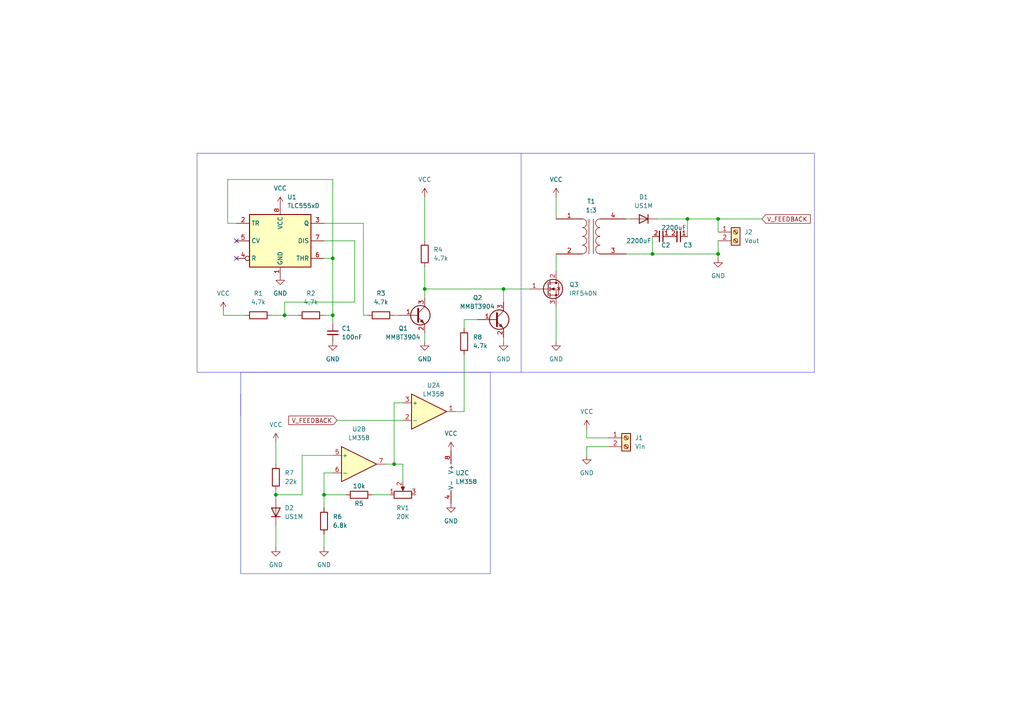
<source format=kicad_sch>
(kicad_sch (version 20211123) (generator eeschema)

  (uuid e63e39d7-6ac0-4ffd-8aa3-1841a4541b55)

  (paper "A4")

  (lib_symbols
    (symbol "Amplifier_Operational:LM358" (pin_names (offset 0.127)) (in_bom yes) (on_board yes)
      (property "Reference" "U" (id 0) (at 0 5.08 0)
        (effects (font (size 1.27 1.27)) (justify left))
      )
      (property "Value" "LM358" (id 1) (at 0 -5.08 0)
        (effects (font (size 1.27 1.27)) (justify left))
      )
      (property "Footprint" "" (id 2) (at 0 0 0)
        (effects (font (size 1.27 1.27)) hide)
      )
      (property "Datasheet" "http://www.ti.com/lit/ds/symlink/lm2904-n.pdf" (id 3) (at 0 0 0)
        (effects (font (size 1.27 1.27)) hide)
      )
      (property "ki_locked" "" (id 4) (at 0 0 0)
        (effects (font (size 1.27 1.27)))
      )
      (property "ki_keywords" "dual opamp" (id 5) (at 0 0 0)
        (effects (font (size 1.27 1.27)) hide)
      )
      (property "ki_description" "Low-Power, Dual Operational Amplifiers, DIP-8/SOIC-8/TO-99-8" (id 6) (at 0 0 0)
        (effects (font (size 1.27 1.27)) hide)
      )
      (property "ki_fp_filters" "SOIC*3.9x4.9mm*P1.27mm* DIP*W7.62mm* TO*99* OnSemi*Micro8* TSSOP*3x3mm*P0.65mm* TSSOP*4.4x3mm*P0.65mm* MSOP*3x3mm*P0.65mm* SSOP*3.9x4.9mm*P0.635mm* LFCSP*2x2mm*P0.5mm* *SIP* SOIC*5.3x6.2mm*P1.27mm*" (id 7) (at 0 0 0)
        (effects (font (size 1.27 1.27)) hide)
      )
      (symbol "LM358_1_1"
        (polyline
          (pts
            (xy -5.08 5.08)
            (xy 5.08 0)
            (xy -5.08 -5.08)
            (xy -5.08 5.08)
          )
          (stroke (width 0.254) (type default) (color 0 0 0 0))
          (fill (type background))
        )
        (pin output line (at 7.62 0 180) (length 2.54)
          (name "~" (effects (font (size 1.27 1.27))))
          (number "1" (effects (font (size 1.27 1.27))))
        )
        (pin input line (at -7.62 -2.54 0) (length 2.54)
          (name "-" (effects (font (size 1.27 1.27))))
          (number "2" (effects (font (size 1.27 1.27))))
        )
        (pin input line (at -7.62 2.54 0) (length 2.54)
          (name "+" (effects (font (size 1.27 1.27))))
          (number "3" (effects (font (size 1.27 1.27))))
        )
      )
      (symbol "LM358_2_1"
        (polyline
          (pts
            (xy -5.08 5.08)
            (xy 5.08 0)
            (xy -5.08 -5.08)
            (xy -5.08 5.08)
          )
          (stroke (width 0.254) (type default) (color 0 0 0 0))
          (fill (type background))
        )
        (pin input line (at -7.62 2.54 0) (length 2.54)
          (name "+" (effects (font (size 1.27 1.27))))
          (number "5" (effects (font (size 1.27 1.27))))
        )
        (pin input line (at -7.62 -2.54 0) (length 2.54)
          (name "-" (effects (font (size 1.27 1.27))))
          (number "6" (effects (font (size 1.27 1.27))))
        )
        (pin output line (at 7.62 0 180) (length 2.54)
          (name "~" (effects (font (size 1.27 1.27))))
          (number "7" (effects (font (size 1.27 1.27))))
        )
      )
      (symbol "LM358_3_1"
        (pin power_in line (at -2.54 -7.62 90) (length 3.81)
          (name "V-" (effects (font (size 1.27 1.27))))
          (number "4" (effects (font (size 1.27 1.27))))
        )
        (pin power_in line (at -2.54 7.62 270) (length 3.81)
          (name "V+" (effects (font (size 1.27 1.27))))
          (number "8" (effects (font (size 1.27 1.27))))
        )
      )
    )
    (symbol "C_Small_1" (pin_names (offset 0.254) hide) (in_bom yes) (on_board yes)
      (property "Reference" "C" (id 0) (at 0.254 1.778 0)
        (effects (font (size 1.27 1.27)) (justify left))
      )
      (property "Value" "C_Small_1" (id 1) (at 0.254 -2.032 0)
        (effects (font (size 1.27 1.27)) (justify left))
      )
      (property "Footprint" "" (id 2) (at 0 0 0)
        (effects (font (size 1.27 1.27)) hide)
      )
      (property "Datasheet" "~" (id 3) (at 0 0 0)
        (effects (font (size 1.27 1.27)) hide)
      )
      (property "ki_keywords" "capacitor cap" (id 4) (at 0 0 0)
        (effects (font (size 1.27 1.27)) hide)
      )
      (property "ki_description" "Unpolarized capacitor, small symbol" (id 5) (at 0 0 0)
        (effects (font (size 1.27 1.27)) hide)
      )
      (property "ki_fp_filters" "C_*" (id 6) (at 0 0 0)
        (effects (font (size 1.27 1.27)) hide)
      )
      (symbol "C_Small_1_0_1"
        (polyline
          (pts
            (xy -1.524 -0.508)
            (xy 1.524 -0.508)
          )
          (stroke (width 0.3302) (type default) (color 0 0 0 0))
          (fill (type none))
        )
        (polyline
          (pts
            (xy -1.524 0.508)
            (xy 1.524 0.508)
          )
          (stroke (width 0.3048) (type default) (color 0 0 0 0))
          (fill (type none))
        )
      )
      (symbol "C_Small_1_1_1"
        (pin passive line (at 0 2.54 270) (length 2.032)
          (name "~" (effects (font (size 1.27 1.27))))
          (number "1" (effects (font (size 1.27 1.27))))
        )
        (pin passive line (at 0 -2.54 90) (length 2.032)
          (name "~" (effects (font (size 1.27 1.27))))
          (number "2" (effects (font (size 1.27 1.27))))
        )
      )
    )
    (symbol "C_Small_2" (pin_names (offset 0.254) hide) (in_bom yes) (on_board yes)
      (property "Reference" "C" (id 0) (at 0.254 1.778 0)
        (effects (font (size 1.27 1.27)) (justify left))
      )
      (property "Value" "C_Small_2" (id 1) (at 0.254 -2.032 0)
        (effects (font (size 1.27 1.27)) (justify left))
      )
      (property "Footprint" "" (id 2) (at 0 0 0)
        (effects (font (size 1.27 1.27)) hide)
      )
      (property "Datasheet" "~" (id 3) (at 0 0 0)
        (effects (font (size 1.27 1.27)) hide)
      )
      (property "ki_keywords" "capacitor cap" (id 4) (at 0 0 0)
        (effects (font (size 1.27 1.27)) hide)
      )
      (property "ki_description" "Unpolarized capacitor, small symbol" (id 5) (at 0 0 0)
        (effects (font (size 1.27 1.27)) hide)
      )
      (property "ki_fp_filters" "C_*" (id 6) (at 0 0 0)
        (effects (font (size 1.27 1.27)) hide)
      )
      (symbol "C_Small_2_0_1"
        (polyline
          (pts
            (xy -1.524 -0.508)
            (xy 1.524 -0.508)
          )
          (stroke (width 0.3302) (type default) (color 0 0 0 0))
          (fill (type none))
        )
        (polyline
          (pts
            (xy -1.524 0.508)
            (xy 1.524 0.508)
          )
          (stroke (width 0.3048) (type default) (color 0 0 0 0))
          (fill (type none))
        )
      )
      (symbol "C_Small_2_1_1"
        (pin passive line (at 0 2.54 270) (length 2.032)
          (name "~" (effects (font (size 1.27 1.27))))
          (number "1" (effects (font (size 1.27 1.27))))
        )
        (pin passive line (at 0 -2.54 90) (length 2.032)
          (name "~" (effects (font (size 1.27 1.27))))
          (number "2" (effects (font (size 1.27 1.27))))
        )
      )
    )
    (symbol "Connector:Screw_Terminal_01x02" (pin_names (offset 1.016) hide) (in_bom yes) (on_board yes)
      (property "Reference" "J" (id 0) (at 0 2.54 0)
        (effects (font (size 1.27 1.27)))
      )
      (property "Value" "Screw_Terminal_01x02" (id 1) (at 0 -5.08 0)
        (effects (font (size 1.27 1.27)))
      )
      (property "Footprint" "" (id 2) (at 0 0 0)
        (effects (font (size 1.27 1.27)) hide)
      )
      (property "Datasheet" "~" (id 3) (at 0 0 0)
        (effects (font (size 1.27 1.27)) hide)
      )
      (property "ki_keywords" "screw terminal" (id 4) (at 0 0 0)
        (effects (font (size 1.27 1.27)) hide)
      )
      (property "ki_description" "Generic screw terminal, single row, 01x02, script generated (kicad-library-utils/schlib/autogen/connector/)" (id 5) (at 0 0 0)
        (effects (font (size 1.27 1.27)) hide)
      )
      (property "ki_fp_filters" "TerminalBlock*:*" (id 6) (at 0 0 0)
        (effects (font (size 1.27 1.27)) hide)
      )
      (symbol "Screw_Terminal_01x02_1_1"
        (rectangle (start -1.27 1.27) (end 1.27 -3.81)
          (stroke (width 0.254) (type default) (color 0 0 0 0))
          (fill (type background))
        )
        (circle (center 0 -2.54) (radius 0.635)
          (stroke (width 0.1524) (type default) (color 0 0 0 0))
          (fill (type none))
        )
        (polyline
          (pts
            (xy -0.5334 -2.2098)
            (xy 0.3302 -3.048)
          )
          (stroke (width 0.1524) (type default) (color 0 0 0 0))
          (fill (type none))
        )
        (polyline
          (pts
            (xy -0.5334 0.3302)
            (xy 0.3302 -0.508)
          )
          (stroke (width 0.1524) (type default) (color 0 0 0 0))
          (fill (type none))
        )
        (polyline
          (pts
            (xy -0.3556 -2.032)
            (xy 0.508 -2.8702)
          )
          (stroke (width 0.1524) (type default) (color 0 0 0 0))
          (fill (type none))
        )
        (polyline
          (pts
            (xy -0.3556 0.508)
            (xy 0.508 -0.3302)
          )
          (stroke (width 0.1524) (type default) (color 0 0 0 0))
          (fill (type none))
        )
        (circle (center 0 0) (radius 0.635)
          (stroke (width 0.1524) (type default) (color 0 0 0 0))
          (fill (type none))
        )
        (pin passive line (at -5.08 0 0) (length 3.81)
          (name "Pin_1" (effects (font (size 1.27 1.27))))
          (number "1" (effects (font (size 1.27 1.27))))
        )
        (pin passive line (at -5.08 -2.54 0) (length 3.81)
          (name "Pin_2" (effects (font (size 1.27 1.27))))
          (number "2" (effects (font (size 1.27 1.27))))
        )
      )
    )
    (symbol "Device:C_Small" (pin_numbers hide) (pin_names (offset 0.254) hide) (in_bom yes) (on_board yes)
      (property "Reference" "C" (id 0) (at 0.254 1.778 0)
        (effects (font (size 1.27 1.27)) (justify left))
      )
      (property "Value" "C_Small" (id 1) (at 0.254 -2.032 0)
        (effects (font (size 1.27 1.27)) (justify left))
      )
      (property "Footprint" "" (id 2) (at 0 0 0)
        (effects (font (size 1.27 1.27)) hide)
      )
      (property "Datasheet" "~" (id 3) (at 0 0 0)
        (effects (font (size 1.27 1.27)) hide)
      )
      (property "ki_keywords" "capacitor cap" (id 4) (at 0 0 0)
        (effects (font (size 1.27 1.27)) hide)
      )
      (property "ki_description" "Unpolarized capacitor, small symbol" (id 5) (at 0 0 0)
        (effects (font (size 1.27 1.27)) hide)
      )
      (property "ki_fp_filters" "C_*" (id 6) (at 0 0 0)
        (effects (font (size 1.27 1.27)) hide)
      )
      (symbol "C_Small_0_1"
        (polyline
          (pts
            (xy -1.524 -0.508)
            (xy 1.524 -0.508)
          )
          (stroke (width 0.3302) (type default) (color 0 0 0 0))
          (fill (type none))
        )
        (polyline
          (pts
            (xy -1.524 0.508)
            (xy 1.524 0.508)
          )
          (stroke (width 0.3048) (type default) (color 0 0 0 0))
          (fill (type none))
        )
      )
      (symbol "C_Small_1_1"
        (pin passive line (at 0 2.54 270) (length 2.032)
          (name "~" (effects (font (size 1.27 1.27))))
          (number "1" (effects (font (size 1.27 1.27))))
        )
        (pin passive line (at 0 -2.54 90) (length 2.032)
          (name "~" (effects (font (size 1.27 1.27))))
          (number "2" (effects (font (size 1.27 1.27))))
        )
      )
    )
    (symbol "Device:R" (pin_numbers hide) (pin_names (offset 0)) (in_bom yes) (on_board yes)
      (property "Reference" "R" (id 0) (at 2.032 0 90)
        (effects (font (size 1.27 1.27)))
      )
      (property "Value" "R" (id 1) (at 0 0 90)
        (effects (font (size 1.27 1.27)))
      )
      (property "Footprint" "" (id 2) (at -1.778 0 90)
        (effects (font (size 1.27 1.27)) hide)
      )
      (property "Datasheet" "~" (id 3) (at 0 0 0)
        (effects (font (size 1.27 1.27)) hide)
      )
      (property "ki_keywords" "R res resistor" (id 4) (at 0 0 0)
        (effects (font (size 1.27 1.27)) hide)
      )
      (property "ki_description" "Resistor" (id 5) (at 0 0 0)
        (effects (font (size 1.27 1.27)) hide)
      )
      (property "ki_fp_filters" "R_*" (id 6) (at 0 0 0)
        (effects (font (size 1.27 1.27)) hide)
      )
      (symbol "R_0_1"
        (rectangle (start -1.016 -2.54) (end 1.016 2.54)
          (stroke (width 0.254) (type default) (color 0 0 0 0))
          (fill (type none))
        )
      )
      (symbol "R_1_1"
        (pin passive line (at 0 3.81 270) (length 1.27)
          (name "~" (effects (font (size 1.27 1.27))))
          (number "1" (effects (font (size 1.27 1.27))))
        )
        (pin passive line (at 0 -3.81 90) (length 1.27)
          (name "~" (effects (font (size 1.27 1.27))))
          (number "2" (effects (font (size 1.27 1.27))))
        )
      )
    )
    (symbol "Device:R_Potentiometer" (pin_names (offset 1.016) hide) (in_bom yes) (on_board yes)
      (property "Reference" "RV" (id 0) (at -4.445 0 90)
        (effects (font (size 1.27 1.27)))
      )
      (property "Value" "R_Potentiometer" (id 1) (at -2.54 0 90)
        (effects (font (size 1.27 1.27)))
      )
      (property "Footprint" "" (id 2) (at 0 0 0)
        (effects (font (size 1.27 1.27)) hide)
      )
      (property "Datasheet" "~" (id 3) (at 0 0 0)
        (effects (font (size 1.27 1.27)) hide)
      )
      (property "ki_keywords" "resistor variable" (id 4) (at 0 0 0)
        (effects (font (size 1.27 1.27)) hide)
      )
      (property "ki_description" "Potentiometer" (id 5) (at 0 0 0)
        (effects (font (size 1.27 1.27)) hide)
      )
      (property "ki_fp_filters" "Potentiometer*" (id 6) (at 0 0 0)
        (effects (font (size 1.27 1.27)) hide)
      )
      (symbol "R_Potentiometer_0_1"
        (polyline
          (pts
            (xy 2.54 0)
            (xy 1.524 0)
          )
          (stroke (width 0) (type default) (color 0 0 0 0))
          (fill (type none))
        )
        (polyline
          (pts
            (xy 1.143 0)
            (xy 2.286 0.508)
            (xy 2.286 -0.508)
            (xy 1.143 0)
          )
          (stroke (width 0) (type default) (color 0 0 0 0))
          (fill (type outline))
        )
        (rectangle (start 1.016 2.54) (end -1.016 -2.54)
          (stroke (width 0.254) (type default) (color 0 0 0 0))
          (fill (type none))
        )
      )
      (symbol "R_Potentiometer_1_1"
        (pin passive line (at 0 3.81 270) (length 1.27)
          (name "1" (effects (font (size 1.27 1.27))))
          (number "1" (effects (font (size 1.27 1.27))))
        )
        (pin passive line (at 3.81 0 180) (length 1.27)
          (name "2" (effects (font (size 1.27 1.27))))
          (number "2" (effects (font (size 1.27 1.27))))
        )
        (pin passive line (at 0 -3.81 90) (length 1.27)
          (name "3" (effects (font (size 1.27 1.27))))
          (number "3" (effects (font (size 1.27 1.27))))
        )
      )
    )
    (symbol "Device:Transformer_1P_1S" (pin_names (offset 1.016) hide) (in_bom yes) (on_board yes)
      (property "Reference" "T" (id 0) (at 0 6.35 0)
        (effects (font (size 1.27 1.27)))
      )
      (property "Value" "Transformer_1P_1S" (id 1) (at 0 -7.62 0)
        (effects (font (size 1.27 1.27)))
      )
      (property "Footprint" "" (id 2) (at 0 0 0)
        (effects (font (size 1.27 1.27)) hide)
      )
      (property "Datasheet" "~" (id 3) (at 0 0 0)
        (effects (font (size 1.27 1.27)) hide)
      )
      (property "ki_keywords" "transformer coil magnet" (id 4) (at 0 0 0)
        (effects (font (size 1.27 1.27)) hide)
      )
      (property "ki_description" "Transformer, single primary, single secondary" (id 5) (at 0 0 0)
        (effects (font (size 1.27 1.27)) hide)
      )
      (symbol "Transformer_1P_1S_0_1"
        (arc (start -2.54 -5.0546) (mid -1.6599 -4.6901) (end -1.27 -3.81)
          (stroke (width 0) (type default) (color 0 0 0 0))
          (fill (type none))
        )
        (arc (start -2.54 -2.5146) (mid -1.6599 -2.1501) (end -1.27 -1.27)
          (stroke (width 0) (type default) (color 0 0 0 0))
          (fill (type none))
        )
        (arc (start -2.54 0.0254) (mid -1.6599 0.3899) (end -1.27 1.27)
          (stroke (width 0) (type default) (color 0 0 0 0))
          (fill (type none))
        )
        (arc (start -2.54 2.5654) (mid -1.6599 2.9299) (end -1.27 3.81)
          (stroke (width 0) (type default) (color 0 0 0 0))
          (fill (type none))
        )
        (arc (start -1.27 -3.81) (mid -1.642 -2.912) (end -2.54 -2.54)
          (stroke (width 0) (type default) (color 0 0 0 0))
          (fill (type none))
        )
        (arc (start -1.27 -1.27) (mid -1.642 -0.372) (end -2.54 0)
          (stroke (width 0) (type default) (color 0 0 0 0))
          (fill (type none))
        )
        (arc (start -1.27 1.27) (mid -1.642 2.168) (end -2.54 2.54)
          (stroke (width 0) (type default) (color 0 0 0 0))
          (fill (type none))
        )
        (arc (start -1.27 3.81) (mid -1.642 4.708) (end -2.54 5.08)
          (stroke (width 0) (type default) (color 0 0 0 0))
          (fill (type none))
        )
        (polyline
          (pts
            (xy -0.635 5.08)
            (xy -0.635 -5.08)
          )
          (stroke (width 0) (type default) (color 0 0 0 0))
          (fill (type none))
        )
        (polyline
          (pts
            (xy 0.635 -5.08)
            (xy 0.635 5.08)
          )
          (stroke (width 0) (type default) (color 0 0 0 0))
          (fill (type none))
        )
        (arc (start 1.2954 -1.27) (mid 1.6599 -2.1501) (end 2.54 -2.5146)
          (stroke (width 0) (type default) (color 0 0 0 0))
          (fill (type none))
        )
        (arc (start 1.2954 1.27) (mid 1.6599 0.3899) (end 2.54 0.0254)
          (stroke (width 0) (type default) (color 0 0 0 0))
          (fill (type none))
        )
        (arc (start 1.2954 3.81) (mid 1.6599 2.9299) (end 2.54 2.5654)
          (stroke (width 0) (type default) (color 0 0 0 0))
          (fill (type none))
        )
        (arc (start 1.3208 -3.81) (mid 1.6853 -4.6901) (end 2.5654 -5.0546)
          (stroke (width 0) (type default) (color 0 0 0 0))
          (fill (type none))
        )
        (arc (start 2.54 0) (mid 1.642 -0.372) (end 1.2954 -1.27)
          (stroke (width 0) (type default) (color 0 0 0 0))
          (fill (type none))
        )
        (arc (start 2.54 2.54) (mid 1.642 2.168) (end 1.2954 1.27)
          (stroke (width 0) (type default) (color 0 0 0 0))
          (fill (type none))
        )
        (arc (start 2.54 5.08) (mid 1.642 4.708) (end 1.2954 3.81)
          (stroke (width 0) (type default) (color 0 0 0 0))
          (fill (type none))
        )
        (arc (start 2.5654 -2.54) (mid 1.6674 -2.912) (end 1.3208 -3.81)
          (stroke (width 0) (type default) (color 0 0 0 0))
          (fill (type none))
        )
      )
      (symbol "Transformer_1P_1S_1_1"
        (pin passive line (at -10.16 5.08 0) (length 7.62)
          (name "AA" (effects (font (size 1.27 1.27))))
          (number "1" (effects (font (size 1.27 1.27))))
        )
        (pin passive line (at -10.16 -5.08 0) (length 7.62)
          (name "AB" (effects (font (size 1.27 1.27))))
          (number "2" (effects (font (size 1.27 1.27))))
        )
        (pin passive line (at 10.16 -5.08 180) (length 7.62)
          (name "SA" (effects (font (size 1.27 1.27))))
          (number "3" (effects (font (size 1.27 1.27))))
        )
        (pin passive line (at 10.16 5.08 180) (length 7.62)
          (name "SB" (effects (font (size 1.27 1.27))))
          (number "4" (effects (font (size 1.27 1.27))))
        )
      )
    )
    (symbol "Diode:US1M" (pin_numbers hide) (pin_names (offset 1.016) hide) (in_bom yes) (on_board yes)
      (property "Reference" "D" (id 0) (at 0 2.54 0)
        (effects (font (size 1.27 1.27)))
      )
      (property "Value" "US1M" (id 1) (at 0 -2.54 0)
        (effects (font (size 1.27 1.27)))
      )
      (property "Footprint" "Diode_SMD:D_SMA" (id 2) (at 0 -4.445 0)
        (effects (font (size 1.27 1.27)) hide)
      )
      (property "Datasheet" "https://www.diodes.com/assets/Datasheets/ds16008.pdf" (id 3) (at 0 0 0)
        (effects (font (size 1.27 1.27)) hide)
      )
      (property "ki_keywords" "Ultra Fast" (id 4) (at 0 0 0)
        (effects (font (size 1.27 1.27)) hide)
      )
      (property "ki_description" "1000V, 1A, General Purpose Rectifier Diode, SMA(DO-214AC)" (id 5) (at 0 0 0)
        (effects (font (size 1.27 1.27)) hide)
      )
      (property "ki_fp_filters" "D*SMA*" (id 6) (at 0 0 0)
        (effects (font (size 1.27 1.27)) hide)
      )
      (symbol "US1M_0_1"
        (polyline
          (pts
            (xy -1.27 1.27)
            (xy -1.27 -1.27)
          )
          (stroke (width 0.254) (type default) (color 0 0 0 0))
          (fill (type none))
        )
        (polyline
          (pts
            (xy 1.27 0)
            (xy -1.27 0)
          )
          (stroke (width 0) (type default) (color 0 0 0 0))
          (fill (type none))
        )
        (polyline
          (pts
            (xy 1.27 1.27)
            (xy 1.27 -1.27)
            (xy -1.27 0)
            (xy 1.27 1.27)
          )
          (stroke (width 0.254) (type default) (color 0 0 0 0))
          (fill (type none))
        )
      )
      (symbol "US1M_1_1"
        (pin passive line (at -3.81 0 0) (length 2.54)
          (name "K" (effects (font (size 1.27 1.27))))
          (number "1" (effects (font (size 1.27 1.27))))
        )
        (pin passive line (at 3.81 0 180) (length 2.54)
          (name "A" (effects (font (size 1.27 1.27))))
          (number "2" (effects (font (size 1.27 1.27))))
        )
      )
    )
    (symbol "Timer:TLC555xD" (in_bom yes) (on_board yes)
      (property "Reference" "U" (id 0) (at -10.16 8.89 0)
        (effects (font (size 1.27 1.27)) (justify left))
      )
      (property "Value" "TLC555xD" (id 1) (at 2.54 8.89 0)
        (effects (font (size 1.27 1.27)) (justify left))
      )
      (property "Footprint" "Package_SO:SOIC-8_3.9x4.9mm_P1.27mm" (id 2) (at 21.59 -10.16 0)
        (effects (font (size 1.27 1.27)) hide)
      )
      (property "Datasheet" "http://www.ti.com/lit/ds/symlink/tlc555.pdf" (id 3) (at 21.59 -10.16 0)
        (effects (font (size 1.27 1.27)) hide)
      )
      (property "ki_keywords" "single timer 555" (id 4) (at 0 0 0)
        (effects (font (size 1.27 1.27)) hide)
      )
      (property "ki_description" "Single LinCMOS Timer, 555 compatible, SOIC-8" (id 5) (at 0 0 0)
        (effects (font (size 1.27 1.27)) hide)
      )
      (property "ki_fp_filters" "SOIC*3.9x4.9mm*P1.27mm*" (id 6) (at 0 0 0)
        (effects (font (size 1.27 1.27)) hide)
      )
      (symbol "TLC555xD_0_0"
        (pin power_in line (at 0 -10.16 90) (length 2.54)
          (name "GND" (effects (font (size 1.27 1.27))))
          (number "1" (effects (font (size 1.27 1.27))))
        )
        (pin power_in line (at 0 10.16 270) (length 2.54)
          (name "VCC" (effects (font (size 1.27 1.27))))
          (number "8" (effects (font (size 1.27 1.27))))
        )
      )
      (symbol "TLC555xD_0_1"
        (rectangle (start -8.89 -7.62) (end 8.89 7.62)
          (stroke (width 0.254) (type default) (color 0 0 0 0))
          (fill (type background))
        )
        (rectangle (start -8.89 -7.62) (end 8.89 7.62)
          (stroke (width 0.254) (type default) (color 0 0 0 0))
          (fill (type background))
        )
      )
      (symbol "TLC555xD_1_1"
        (pin input line (at -12.7 5.08 0) (length 3.81)
          (name "TR" (effects (font (size 1.27 1.27))))
          (number "2" (effects (font (size 1.27 1.27))))
        )
        (pin output line (at 12.7 5.08 180) (length 3.81)
          (name "Q" (effects (font (size 1.27 1.27))))
          (number "3" (effects (font (size 1.27 1.27))))
        )
        (pin input inverted (at -12.7 -5.08 0) (length 3.81)
          (name "R" (effects (font (size 1.27 1.27))))
          (number "4" (effects (font (size 1.27 1.27))))
        )
        (pin input line (at -12.7 0 0) (length 3.81)
          (name "CV" (effects (font (size 1.27 1.27))))
          (number "5" (effects (font (size 1.27 1.27))))
        )
        (pin input line (at 12.7 -5.08 180) (length 3.81)
          (name "THR" (effects (font (size 1.27 1.27))))
          (number "6" (effects (font (size 1.27 1.27))))
        )
        (pin input line (at 12.7 0 180) (length 3.81)
          (name "DIS" (effects (font (size 1.27 1.27))))
          (number "7" (effects (font (size 1.27 1.27))))
        )
      )
    )
    (symbol "Transistor_BJT:MMBT3904" (pin_names (offset 0) hide) (in_bom yes) (on_board yes)
      (property "Reference" "Q" (id 0) (at 5.08 1.905 0)
        (effects (font (size 1.27 1.27)) (justify left))
      )
      (property "Value" "MMBT3904" (id 1) (at 5.08 0 0)
        (effects (font (size 1.27 1.27)) (justify left))
      )
      (property "Footprint" "Package_TO_SOT_SMD:SOT-23" (id 2) (at 5.08 -1.905 0)
        (effects (font (size 1.27 1.27) italic) (justify left) hide)
      )
      (property "Datasheet" "https://www.onsemi.com/pub/Collateral/2N3903-D.PDF" (id 3) (at 0 0 0)
        (effects (font (size 1.27 1.27)) (justify left) hide)
      )
      (property "ki_keywords" "NPN Transistor" (id 4) (at 0 0 0)
        (effects (font (size 1.27 1.27)) hide)
      )
      (property "ki_description" "0.2A Ic, 40V Vce, Small Signal NPN Transistor, SOT-23" (id 5) (at 0 0 0)
        (effects (font (size 1.27 1.27)) hide)
      )
      (property "ki_fp_filters" "SOT?23*" (id 6) (at 0 0 0)
        (effects (font (size 1.27 1.27)) hide)
      )
      (symbol "MMBT3904_0_1"
        (polyline
          (pts
            (xy 0.635 0.635)
            (xy 2.54 2.54)
          )
          (stroke (width 0) (type default) (color 0 0 0 0))
          (fill (type none))
        )
        (polyline
          (pts
            (xy 0.635 -0.635)
            (xy 2.54 -2.54)
            (xy 2.54 -2.54)
          )
          (stroke (width 0) (type default) (color 0 0 0 0))
          (fill (type none))
        )
        (polyline
          (pts
            (xy 0.635 1.905)
            (xy 0.635 -1.905)
            (xy 0.635 -1.905)
          )
          (stroke (width 0.508) (type default) (color 0 0 0 0))
          (fill (type none))
        )
        (polyline
          (pts
            (xy 1.27 -1.778)
            (xy 1.778 -1.27)
            (xy 2.286 -2.286)
            (xy 1.27 -1.778)
            (xy 1.27 -1.778)
          )
          (stroke (width 0) (type default) (color 0 0 0 0))
          (fill (type outline))
        )
        (circle (center 1.27 0) (radius 2.8194)
          (stroke (width 0.254) (type default) (color 0 0 0 0))
          (fill (type none))
        )
      )
      (symbol "MMBT3904_1_1"
        (pin input line (at -5.08 0 0) (length 5.715)
          (name "B" (effects (font (size 1.27 1.27))))
          (number "1" (effects (font (size 1.27 1.27))))
        )
        (pin passive line (at 2.54 -5.08 90) (length 2.54)
          (name "E" (effects (font (size 1.27 1.27))))
          (number "2" (effects (font (size 1.27 1.27))))
        )
        (pin passive line (at 2.54 5.08 270) (length 2.54)
          (name "C" (effects (font (size 1.27 1.27))))
          (number "3" (effects (font (size 1.27 1.27))))
        )
      )
    )
    (symbol "Transistor_FET:IRF540N" (pin_names hide) (in_bom yes) (on_board yes)
      (property "Reference" "Q" (id 0) (at 6.35 1.905 0)
        (effects (font (size 1.27 1.27)) (justify left))
      )
      (property "Value" "IRF540N" (id 1) (at 6.35 0 0)
        (effects (font (size 1.27 1.27)) (justify left))
      )
      (property "Footprint" "Package_TO_SOT_THT:TO-220-3_Vertical" (id 2) (at 6.35 -1.905 0)
        (effects (font (size 1.27 1.27) italic) (justify left) hide)
      )
      (property "Datasheet" "http://www.irf.com/product-info/datasheets/data/irf540n.pdf" (id 3) (at 0 0 0)
        (effects (font (size 1.27 1.27)) (justify left) hide)
      )
      (property "ki_keywords" "HEXFET N-Channel MOSFET" (id 4) (at 0 0 0)
        (effects (font (size 1.27 1.27)) hide)
      )
      (property "ki_description" "33A Id, 100V Vds, HEXFET N-Channel MOSFET, TO-220" (id 5) (at 0 0 0)
        (effects (font (size 1.27 1.27)) hide)
      )
      (property "ki_fp_filters" "TO?220*" (id 6) (at 0 0 0)
        (effects (font (size 1.27 1.27)) hide)
      )
      (symbol "IRF540N_0_1"
        (polyline
          (pts
            (xy 0.254 0)
            (xy -2.54 0)
          )
          (stroke (width 0) (type default) (color 0 0 0 0))
          (fill (type none))
        )
        (polyline
          (pts
            (xy 0.254 1.905)
            (xy 0.254 -1.905)
          )
          (stroke (width 0.254) (type default) (color 0 0 0 0))
          (fill (type none))
        )
        (polyline
          (pts
            (xy 0.762 -1.27)
            (xy 0.762 -2.286)
          )
          (stroke (width 0.254) (type default) (color 0 0 0 0))
          (fill (type none))
        )
        (polyline
          (pts
            (xy 0.762 0.508)
            (xy 0.762 -0.508)
          )
          (stroke (width 0.254) (type default) (color 0 0 0 0))
          (fill (type none))
        )
        (polyline
          (pts
            (xy 0.762 2.286)
            (xy 0.762 1.27)
          )
          (stroke (width 0.254) (type default) (color 0 0 0 0))
          (fill (type none))
        )
        (polyline
          (pts
            (xy 2.54 2.54)
            (xy 2.54 1.778)
          )
          (stroke (width 0) (type default) (color 0 0 0 0))
          (fill (type none))
        )
        (polyline
          (pts
            (xy 2.54 -2.54)
            (xy 2.54 0)
            (xy 0.762 0)
          )
          (stroke (width 0) (type default) (color 0 0 0 0))
          (fill (type none))
        )
        (polyline
          (pts
            (xy 0.762 -1.778)
            (xy 3.302 -1.778)
            (xy 3.302 1.778)
            (xy 0.762 1.778)
          )
          (stroke (width 0) (type default) (color 0 0 0 0))
          (fill (type none))
        )
        (polyline
          (pts
            (xy 1.016 0)
            (xy 2.032 0.381)
            (xy 2.032 -0.381)
            (xy 1.016 0)
          )
          (stroke (width 0) (type default) (color 0 0 0 0))
          (fill (type outline))
        )
        (polyline
          (pts
            (xy 2.794 0.508)
            (xy 2.921 0.381)
            (xy 3.683 0.381)
            (xy 3.81 0.254)
          )
          (stroke (width 0) (type default) (color 0 0 0 0))
          (fill (type none))
        )
        (polyline
          (pts
            (xy 3.302 0.381)
            (xy 2.921 -0.254)
            (xy 3.683 -0.254)
            (xy 3.302 0.381)
          )
          (stroke (width 0) (type default) (color 0 0 0 0))
          (fill (type none))
        )
        (circle (center 1.651 0) (radius 2.794)
          (stroke (width 0.254) (type default) (color 0 0 0 0))
          (fill (type none))
        )
        (circle (center 2.54 -1.778) (radius 0.254)
          (stroke (width 0) (type default) (color 0 0 0 0))
          (fill (type outline))
        )
        (circle (center 2.54 1.778) (radius 0.254)
          (stroke (width 0) (type default) (color 0 0 0 0))
          (fill (type outline))
        )
      )
      (symbol "IRF540N_1_1"
        (pin input line (at -5.08 0 0) (length 2.54)
          (name "G" (effects (font (size 1.27 1.27))))
          (number "1" (effects (font (size 1.27 1.27))))
        )
        (pin passive line (at 2.54 5.08 270) (length 2.54)
          (name "D" (effects (font (size 1.27 1.27))))
          (number "2" (effects (font (size 1.27 1.27))))
        )
        (pin passive line (at 2.54 -5.08 90) (length 2.54)
          (name "S" (effects (font (size 1.27 1.27))))
          (number "3" (effects (font (size 1.27 1.27))))
        )
      )
    )
    (symbol "power:GND" (power) (pin_names (offset 0)) (in_bom yes) (on_board yes)
      (property "Reference" "#PWR" (id 0) (at 0 -6.35 0)
        (effects (font (size 1.27 1.27)) hide)
      )
      (property "Value" "GND" (id 1) (at 0 -3.81 0)
        (effects (font (size 1.27 1.27)))
      )
      (property "Footprint" "" (id 2) (at 0 0 0)
        (effects (font (size 1.27 1.27)) hide)
      )
      (property "Datasheet" "" (id 3) (at 0 0 0)
        (effects (font (size 1.27 1.27)) hide)
      )
      (property "ki_keywords" "power-flag" (id 4) (at 0 0 0)
        (effects (font (size 1.27 1.27)) hide)
      )
      (property "ki_description" "Power symbol creates a global label with name \"GND\" , ground" (id 5) (at 0 0 0)
        (effects (font (size 1.27 1.27)) hide)
      )
      (symbol "GND_0_1"
        (polyline
          (pts
            (xy 0 0)
            (xy 0 -1.27)
            (xy 1.27 -1.27)
            (xy 0 -2.54)
            (xy -1.27 -1.27)
            (xy 0 -1.27)
          )
          (stroke (width 0) (type default) (color 0 0 0 0))
          (fill (type none))
        )
      )
      (symbol "GND_1_1"
        (pin power_in line (at 0 0 270) (length 0) hide
          (name "GND" (effects (font (size 1.27 1.27))))
          (number "1" (effects (font (size 1.27 1.27))))
        )
      )
    )
    (symbol "power:VCC" (power) (pin_names (offset 0)) (in_bom yes) (on_board yes)
      (property "Reference" "#PWR" (id 0) (at 0 -3.81 0)
        (effects (font (size 1.27 1.27)) hide)
      )
      (property "Value" "VCC" (id 1) (at 0 3.81 0)
        (effects (font (size 1.27 1.27)))
      )
      (property "Footprint" "" (id 2) (at 0 0 0)
        (effects (font (size 1.27 1.27)) hide)
      )
      (property "Datasheet" "" (id 3) (at 0 0 0)
        (effects (font (size 1.27 1.27)) hide)
      )
      (property "ki_keywords" "power-flag" (id 4) (at 0 0 0)
        (effects (font (size 1.27 1.27)) hide)
      )
      (property "ki_description" "Power symbol creates a global label with name \"VCC\"" (id 5) (at 0 0 0)
        (effects (font (size 1.27 1.27)) hide)
      )
      (symbol "VCC_0_1"
        (polyline
          (pts
            (xy -0.762 1.27)
            (xy 0 2.54)
          )
          (stroke (width 0) (type default) (color 0 0 0 0))
          (fill (type none))
        )
        (polyline
          (pts
            (xy 0 0)
            (xy 0 2.54)
          )
          (stroke (width 0) (type default) (color 0 0 0 0))
          (fill (type none))
        )
        (polyline
          (pts
            (xy 0 2.54)
            (xy 0.762 1.27)
          )
          (stroke (width 0) (type default) (color 0 0 0 0))
          (fill (type none))
        )
      )
      (symbol "VCC_1_1"
        (pin power_in line (at 0 0 90) (length 0) hide
          (name "VCC" (effects (font (size 1.27 1.27))))
          (number "1" (effects (font (size 1.27 1.27))))
        )
      )
    )
  )

  (junction (at 199.39 63.5) (diameter 0) (color 0 0 0 0)
    (uuid 03deac48-244e-4333-af84-5f37d4ce3938)
  )
  (junction (at 208.28 73.66) (diameter 0) (color 0 0 0 0)
    (uuid 0f0a45b5-a01b-43e1-9cb5-e7a1ddf7eacd)
  )
  (junction (at 93.98 143.51) (diameter 0) (color 0 0 0 0)
    (uuid 1690d477-c6fd-47bc-927d-84bd7fbf48dc)
  )
  (junction (at 96.52 91.44) (diameter 0) (color 0 0 0 0)
    (uuid 4be4eb8c-1b7f-445f-9bf3-d5d795b8e26d)
  )
  (junction (at 80.01 143.51) (diameter 0) (color 0 0 0 0)
    (uuid 594ed494-ae8d-47e8-a543-8a2a1ed2c8f3)
  )
  (junction (at 82.55 91.44) (diameter 0) (color 0 0 0 0)
    (uuid 9b7ce257-010d-4067-972b-ad7f1033163b)
  )
  (junction (at 189.23 73.66) (diameter 0) (color 0 0 0 0)
    (uuid abad8e55-041c-446b-8f51-a05f59eab3b8)
  )
  (junction (at 208.28 63.5) (diameter 0) (color 0 0 0 0)
    (uuid b0f7d0cf-a66f-47e3-884a-e570b7ad5c15)
  )
  (junction (at 123.19 83.82) (diameter 0) (color 0 0 0 0)
    (uuid c41ea421-82d4-4fce-b778-ea97358ee84b)
  )
  (junction (at 114.3 134.62) (diameter 0) (color 0 0 0 0)
    (uuid cafa7b93-9e54-4a52-90c2-5d8ef50ca94c)
  )
  (junction (at 96.52 74.93) (diameter 0) (color 0 0 0 0)
    (uuid e0e9e462-e0be-4e11-a5f3-3d83973a85a9)
  )
  (junction (at 146.05 83.82) (diameter 0) (color 0 0 0 0)
    (uuid f003569c-e0f9-4254-b870-dd3a99883897)
  )

  (no_connect (at 68.58 74.93) (uuid 76cb9e64-11d6-4e56-89c0-77518baf4eae))
  (no_connect (at 68.58 69.85) (uuid 8c7d9181-210b-481b-af53-3b54a1b056dc))

  (wire (pts (xy 66.04 64.77) (xy 66.04 52.07))
    (stroke (width 0) (type default) (color 0 0 0 0))
    (uuid 01537af8-d717-4e2a-8bec-a1e2ea815a52)
  )
  (wire (pts (xy 93.98 143.51) (xy 100.33 143.51))
    (stroke (width 0) (type default) (color 0 0 0 0))
    (uuid 021b9455-7146-4724-9d55-0bd2e2946b05)
  )
  (polyline (pts (xy 142.24 107.95) (xy 69.85 107.95))
    (stroke (width 0.1) (type solid) (color 0 0 0 0))
    (uuid 027f66d5-aba3-446e-af64-3f6ec157ae2a)
  )

  (wire (pts (xy 161.29 57.15) (xy 161.29 63.5))
    (stroke (width 0) (type default) (color 0 0 0 0))
    (uuid 0350ea67-ea3d-4fe9-8049-5d5b7236a9c0)
  )
  (wire (pts (xy 106.68 91.44) (xy 105.41 91.44))
    (stroke (width 0) (type default) (color 0 0 0 0))
    (uuid 04bbc413-e283-4b61-8d86-3ef35a6d658a)
  )
  (wire (pts (xy 146.05 83.82) (xy 146.05 87.63))
    (stroke (width 0) (type default) (color 0 0 0 0))
    (uuid 0770197d-fb76-462d-9e33-38d2fb6afc19)
  )
  (wire (pts (xy 190.5 63.5) (xy 199.39 63.5))
    (stroke (width 0) (type default) (color 0 0 0 0))
    (uuid 0e790244-6d05-41ce-8bc0-849e9788fe0a)
  )
  (wire (pts (xy 93.98 137.16) (xy 96.52 137.16))
    (stroke (width 0) (type default) (color 0 0 0 0))
    (uuid 0fc4dbbf-a6db-4303-93d0-f9a4d83fc5b7)
  )
  (wire (pts (xy 96.52 91.44) (xy 96.52 93.98))
    (stroke (width 0) (type default) (color 0 0 0 0))
    (uuid 103a79c0-871f-428a-81b3-2efeafbc957b)
  )
  (wire (pts (xy 96.52 52.07) (xy 96.52 74.93))
    (stroke (width 0) (type default) (color 0 0 0 0))
    (uuid 11728666-baed-4724-b21d-c4b0bdf8277b)
  )
  (wire (pts (xy 134.62 95.25) (xy 134.62 92.71))
    (stroke (width 0) (type default) (color 0 0 0 0))
    (uuid 135b974e-9cc3-4cb5-a815-702af12c3fd7)
  )
  (wire (pts (xy 114.3 91.44) (xy 115.57 91.44))
    (stroke (width 0) (type default) (color 0 0 0 0))
    (uuid 1a085ec3-fe87-4911-96c9-401590ba5362)
  )
  (wire (pts (xy 107.95 143.51) (xy 113.03 143.51))
    (stroke (width 0) (type default) (color 0 0 0 0))
    (uuid 1aaadaea-b772-4e14-8843-4bfe64d75592)
  )
  (wire (pts (xy 68.58 64.77) (xy 66.04 64.77))
    (stroke (width 0) (type default) (color 0 0 0 0))
    (uuid 2199607d-bd20-4e96-950f-2cc014fcbe26)
  )
  (wire (pts (xy 199.39 63.5) (xy 199.39 68.58))
    (stroke (width 0) (type default) (color 0 0 0 0))
    (uuid 23e3cf96-a246-4125-b41c-eac135d19d65)
  )
  (wire (pts (xy 132.08 119.38) (xy 134.62 119.38))
    (stroke (width 0) (type default) (color 0 0 0 0))
    (uuid 27ee0203-d965-4115-af5f-719f6f69ce0c)
  )
  (wire (pts (xy 123.19 86.36) (xy 123.19 83.82))
    (stroke (width 0) (type default) (color 0 0 0 0))
    (uuid 28e6a032-c205-46e5-9977-1b64be452c77)
  )
  (wire (pts (xy 66.04 52.07) (xy 96.52 52.07))
    (stroke (width 0) (type default) (color 0 0 0 0))
    (uuid 29480ff9-49b1-4dc7-828c-66a0cf489276)
  )
  (wire (pts (xy 123.19 83.82) (xy 146.05 83.82))
    (stroke (width 0) (type default) (color 0 0 0 0))
    (uuid 2992f162-3bfb-436e-88d2-ef9157d22121)
  )
  (wire (pts (xy 64.77 90.17) (xy 64.77 91.44))
    (stroke (width 0) (type default) (color 0 0 0 0))
    (uuid 30478805-dd3f-4b3a-87ba-e1948a6a44e0)
  )
  (wire (pts (xy 82.55 91.44) (xy 82.55 87.63))
    (stroke (width 0) (type default) (color 0 0 0 0))
    (uuid 3249b215-519e-403e-baac-a7011c265792)
  )
  (wire (pts (xy 123.19 57.15) (xy 123.19 69.85))
    (stroke (width 0) (type default) (color 0 0 0 0))
    (uuid 337e77ba-ecd9-42de-b7da-9bf1e25ef6a1)
  )
  (polyline (pts (xy 142.24 107.95) (xy 142.24 166.37))
    (stroke (width 0.1) (type solid) (color 0 0 0 0))
    (uuid 344018bd-1c3c-4666-92c3-4468cef834e7)
  )

  (wire (pts (xy 181.61 73.66) (xy 189.23 73.66))
    (stroke (width 0) (type default) (color 0 0 0 0))
    (uuid 346dd969-1f00-4e6b-bb6a-db6a7b3ef1b6)
  )
  (wire (pts (xy 116.84 134.62) (xy 116.84 139.7))
    (stroke (width 0) (type default) (color 0 0 0 0))
    (uuid 36f9a8f1-114b-4f56-92c5-4e5ed30f158f)
  )
  (polyline (pts (xy 69.85 107.95) (xy 69.85 120.65))
    (stroke (width 0.1) (type solid) (color 0 0 0 0))
    (uuid 374b7d11-1bd3-4be6-80dd-ed3f7009d80d)
  )
  (polyline (pts (xy 69.85 166.37) (xy 142.24 166.37))
    (stroke (width 0.1) (type solid) (color 0 0 0 0))
    (uuid 37bf1a88-e266-4393-b026-4b2b634ce533)
  )

  (wire (pts (xy 170.18 127) (xy 176.53 127))
    (stroke (width 0) (type default) (color 0 0 0 0))
    (uuid 3c5097e1-cbf7-486b-869f-585d288ddfc7)
  )
  (wire (pts (xy 208.28 73.66) (xy 208.28 74.93))
    (stroke (width 0) (type default) (color 0 0 0 0))
    (uuid 42833666-68a0-4b1e-bb2e-edcffcdc24f8)
  )
  (polyline (pts (xy 148.59 44.45) (xy 236.22 44.45))
    (stroke (width 0.1) (type solid) (color 0 0 0 0))
    (uuid 50d7061c-9636-405c-bc33-73d29a5bf76a)
  )

  (wire (pts (xy 78.74 91.44) (xy 82.55 91.44))
    (stroke (width 0) (type default) (color 0 0 0 0))
    (uuid 53a8d8f4-2272-439e-88a3-0b7c5a37ebbb)
  )
  (polyline (pts (xy 69.85 114.3) (xy 69.85 166.37))
    (stroke (width 0.1) (type solid) (color 0 0 0 0))
    (uuid 53af6633-6a6c-483b-86ce-d2ba3169dc8d)
  )

  (wire (pts (xy 146.05 83.82) (xy 153.67 83.82))
    (stroke (width 0) (type default) (color 0 0 0 0))
    (uuid 54d4d626-d225-4756-9ad7-8062be5bf404)
  )
  (wire (pts (xy 111.76 134.62) (xy 114.3 134.62))
    (stroke (width 0) (type default) (color 0 0 0 0))
    (uuid 56fa28f7-f35b-4518-b779-2ae5c920ffe4)
  )
  (wire (pts (xy 102.87 69.85) (xy 93.98 69.85))
    (stroke (width 0) (type default) (color 0 0 0 0))
    (uuid 573f869f-71b3-4256-8ee0-a39630d47db2)
  )
  (wire (pts (xy 189.23 68.58) (xy 189.23 73.66))
    (stroke (width 0) (type default) (color 0 0 0 0))
    (uuid 606f9195-1285-48f0-bb61-66fb0875c0c2)
  )
  (wire (pts (xy 134.62 92.71) (xy 138.43 92.71))
    (stroke (width 0) (type default) (color 0 0 0 0))
    (uuid 637f8c5e-b101-4b1e-bcaf-5142d50b39b0)
  )
  (wire (pts (xy 93.98 137.16) (xy 93.98 143.51))
    (stroke (width 0) (type default) (color 0 0 0 0))
    (uuid 64e4b9b4-89ff-45fc-bd00-c363569f630c)
  )
  (wire (pts (xy 199.39 63.5) (xy 208.28 63.5))
    (stroke (width 0) (type default) (color 0 0 0 0))
    (uuid 68246192-de19-4494-b9dc-05ac70f8e0bb)
  )
  (wire (pts (xy 80.01 152.4) (xy 80.01 158.75))
    (stroke (width 0) (type default) (color 0 0 0 0))
    (uuid 6d41a7bd-d64e-48f8-843c-e23c46a908b8)
  )
  (wire (pts (xy 82.55 87.63) (xy 102.87 87.63))
    (stroke (width 0) (type default) (color 0 0 0 0))
    (uuid 731a74e9-fa73-41ae-bee2-e9b746b81231)
  )
  (wire (pts (xy 114.3 134.62) (xy 114.3 116.84))
    (stroke (width 0) (type default) (color 0 0 0 0))
    (uuid 7847760c-b323-42ac-992a-9d2b759f3ede)
  )
  (polyline (pts (xy 151.13 44.45) (xy 151.13 107.95))
    (stroke (width 0.1) (type solid) (color 0 0 0 0))
    (uuid 78c8bc5c-a213-49ba-b8a7-c318d0126731)
  )

  (wire (pts (xy 146.05 97.79) (xy 146.05 99.06))
    (stroke (width 0) (type default) (color 0 0 0 0))
    (uuid 7c1bf00e-b84e-4f09-a63b-d8e91868c330)
  )
  (wire (pts (xy 134.62 102.87) (xy 134.62 119.38))
    (stroke (width 0) (type default) (color 0 0 0 0))
    (uuid 7d63d641-13af-42ef-80c4-73feef044874)
  )
  (polyline (pts (xy 148.59 44.45) (xy 57.15 44.45))
    (stroke (width 0.1) (type solid) (color 0 0 0 0))
    (uuid 7ffd6dee-a282-44c9-99f0-af868914829e)
  )

  (wire (pts (xy 80.01 128.27) (xy 80.01 134.62))
    (stroke (width 0) (type default) (color 0 0 0 0))
    (uuid 84d9972e-6696-4945-9aa5-dcf3f864db7b)
  )
  (wire (pts (xy 123.19 96.52) (xy 123.19 99.06))
    (stroke (width 0) (type default) (color 0 0 0 0))
    (uuid 87b056ce-c433-4082-bd07-29a24fd1dfc2)
  )
  (wire (pts (xy 105.41 64.77) (xy 93.98 64.77))
    (stroke (width 0) (type default) (color 0 0 0 0))
    (uuid 887d969f-906b-499a-aadb-7acffed820bb)
  )
  (wire (pts (xy 114.3 134.62) (xy 116.84 134.62))
    (stroke (width 0) (type default) (color 0 0 0 0))
    (uuid 8a944177-5b92-496d-a2b8-6a4d6b51b797)
  )
  (wire (pts (xy 208.28 63.5) (xy 220.98 63.5))
    (stroke (width 0) (type default) (color 0 0 0 0))
    (uuid 8e722adc-3df2-4f58-9a63-9cc03d275146)
  )
  (polyline (pts (xy 236.22 107.95) (xy 151.13 107.95))
    (stroke (width 0.1) (type solid) (color 0 0 0 0))
    (uuid 9817646c-8207-40ab-bb87-05f32dcb2615)
  )

  (wire (pts (xy 93.98 154.94) (xy 93.98 158.75))
    (stroke (width 0) (type default) (color 0 0 0 0))
    (uuid 9ecc123e-d1ad-48ca-b544-c2ac70b85d4a)
  )
  (wire (pts (xy 87.63 143.51) (xy 80.01 143.51))
    (stroke (width 0) (type default) (color 0 0 0 0))
    (uuid a386e3e1-01d7-404f-81ce-0ea8ed15eaef)
  )
  (wire (pts (xy 80.01 142.24) (xy 80.01 143.51))
    (stroke (width 0) (type default) (color 0 0 0 0))
    (uuid a38dd5c8-07fd-48c9-a981-784a5fc4f1d1)
  )
  (wire (pts (xy 87.63 132.08) (xy 87.63 143.51))
    (stroke (width 0) (type default) (color 0 0 0 0))
    (uuid a41b7ebf-b181-45a7-b6a7-f01c5f66b648)
  )
  (wire (pts (xy 96.52 132.08) (xy 87.63 132.08))
    (stroke (width 0) (type default) (color 0 0 0 0))
    (uuid a619a51d-37b7-4450-b4aa-75460f405c86)
  )
  (wire (pts (xy 189.23 73.66) (xy 208.28 73.66))
    (stroke (width 0) (type default) (color 0 0 0 0))
    (uuid ac59ceb1-9613-45b9-a7a2-1dc464fc8d48)
  )
  (wire (pts (xy 93.98 74.93) (xy 96.52 74.93))
    (stroke (width 0) (type default) (color 0 0 0 0))
    (uuid b1aeb770-32a8-4c26-a108-2f2ec94f3035)
  )
  (wire (pts (xy 114.3 116.84) (xy 116.84 116.84))
    (stroke (width 0) (type default) (color 0 0 0 0))
    (uuid bc9991a9-160e-411f-8635-40e15244b82c)
  )
  (wire (pts (xy 97.79 121.92) (xy 116.84 121.92))
    (stroke (width 0) (type default) (color 0 0 0 0))
    (uuid bdaaea2e-9d7a-4ae4-ae1d-76aba6bb1c9c)
  )
  (wire (pts (xy 102.87 87.63) (xy 102.87 69.85))
    (stroke (width 0) (type default) (color 0 0 0 0))
    (uuid c4869ae2-e5fb-449a-94ff-8c8c29a9b3c9)
  )
  (wire (pts (xy 170.18 124.46) (xy 170.18 127))
    (stroke (width 0) (type default) (color 0 0 0 0))
    (uuid c6a735cc-e996-4787-8878-f3e645e7f1ed)
  )
  (wire (pts (xy 105.41 91.44) (xy 105.41 64.77))
    (stroke (width 0) (type default) (color 0 0 0 0))
    (uuid cd7ed91b-b49b-4189-b72e-061a0c85a277)
  )
  (wire (pts (xy 123.19 77.47) (xy 123.19 83.82))
    (stroke (width 0) (type default) (color 0 0 0 0))
    (uuid cdf4be72-cf26-4a0d-bda6-443be9b953a7)
  )
  (wire (pts (xy 82.55 91.44) (xy 86.36 91.44))
    (stroke (width 0) (type default) (color 0 0 0 0))
    (uuid cf58a634-dc69-4504-b991-dd1191d4eea4)
  )
  (wire (pts (xy 181.61 63.5) (xy 182.88 63.5))
    (stroke (width 0) (type default) (color 0 0 0 0))
    (uuid d1533f64-ab27-4fae-83c7-a9e106577b54)
  )
  (polyline (pts (xy 57.15 44.45) (xy 57.15 107.95))
    (stroke (width 0.1) (type solid) (color 0 0 0 0))
    (uuid d546649b-cd44-4d7c-93c2-fce01b77e427)
  )

  (wire (pts (xy 93.98 143.51) (xy 93.98 147.32))
    (stroke (width 0) (type default) (color 0 0 0 0))
    (uuid d6c8c8af-2500-4c8d-9cde-4b3d8d734e4f)
  )
  (wire (pts (xy 208.28 63.5) (xy 208.28 67.31))
    (stroke (width 0) (type default) (color 0 0 0 0))
    (uuid d8dbe3cf-884c-4733-9154-9a5d41c5fb0c)
  )
  (wire (pts (xy 93.98 91.44) (xy 96.52 91.44))
    (stroke (width 0) (type default) (color 0 0 0 0))
    (uuid d9248119-bde0-49cc-ac61-672cd47ccc21)
  )
  (wire (pts (xy 170.18 132.08) (xy 170.18 129.54))
    (stroke (width 0) (type default) (color 0 0 0 0))
    (uuid dc382f97-b0c1-417a-83b9-56ed58994533)
  )
  (wire (pts (xy 161.29 73.66) (xy 161.29 78.74))
    (stroke (width 0) (type default) (color 0 0 0 0))
    (uuid de0984dc-21c9-4991-9646-99e88af5ae8c)
  )
  (wire (pts (xy 161.29 88.9) (xy 161.29 99.06))
    (stroke (width 0) (type default) (color 0 0 0 0))
    (uuid e199ed72-6b3b-4ec7-a4ea-7a28131416d7)
  )
  (wire (pts (xy 170.18 129.54) (xy 176.53 129.54))
    (stroke (width 0) (type default) (color 0 0 0 0))
    (uuid e35150ef-3f91-43fd-891c-797f636f9790)
  )
  (wire (pts (xy 80.01 143.51) (xy 80.01 144.78))
    (stroke (width 0) (type default) (color 0 0 0 0))
    (uuid ea23c43d-d3f5-40c3-91cf-02ac4be3993c)
  )
  (wire (pts (xy 96.52 74.93) (xy 96.52 91.44))
    (stroke (width 0) (type default) (color 0 0 0 0))
    (uuid f46d3a48-8a70-46da-b285-a3f70a416cfb)
  )
  (wire (pts (xy 208.28 69.85) (xy 208.28 73.66))
    (stroke (width 0) (type default) (color 0 0 0 0))
    (uuid f5319a0b-faae-4d29-90f5-375eea08d41b)
  )
  (wire (pts (xy 64.77 91.44) (xy 71.12 91.44))
    (stroke (width 0) (type default) (color 0 0 0 0))
    (uuid fcd45037-00d2-473a-9092-a7efff1914e1)
  )
  (polyline (pts (xy 236.22 44.45) (xy 236.22 107.95))
    (stroke (width 0.1) (type solid) (color 0 0 0 0))
    (uuid ff028b7e-4670-4ba0-9025-136623ecfaa8)
  )
  (polyline (pts (xy 57.15 107.95) (xy 151.13 107.95))
    (stroke (width 0.1) (type solid) (color 0 0 0 0))
    (uuid ffb64119-44e4-4626-8abf-0769f143798f)
  )

  (global_label "V_FEEDBACK" (shape input) (at 220.98 63.5 0) (fields_autoplaced)
    (effects (font (size 1.27 1.27)) (justify left))
    (uuid 5dbd8ed5-9566-450d-afa5-8493fa2472ec)
    (property "Intersheet References" "${INTERSHEET_REFS}" (id 0) (at 235.0045 63.4206 0)
      (effects (font (size 1.27 1.27)) (justify left) hide)
    )
  )
  (global_label "V_FEEDBACK" (shape input) (at 97.79 121.92 180) (fields_autoplaced)
    (effects (font (size 1.27 1.27)) (justify right))
    (uuid c90c809b-4c67-4d0e-8976-e78566a2f44d)
    (property "Intersheet References" "${INTERSHEET_REFS}" (id 0) (at 83.7655 121.9994 0)
      (effects (font (size 1.27 1.27)) (justify right) hide)
    )
  )

  (symbol (lib_id "Connector:Screw_Terminal_01x02") (at 181.61 127 0) (unit 1)
    (in_bom yes) (on_board yes) (fields_autoplaced)
    (uuid 022a0bac-bb94-423e-bfe4-71ad71e78f24)
    (property "Reference" "J1" (id 0) (at 184.15 126.9999 0)
      (effects (font (size 1.27 1.27)) (justify left))
    )
    (property "Value" "Vin" (id 1) (at 184.15 129.5399 0)
      (effects (font (size 1.27 1.27)) (justify left))
    )
    (property "Footprint" "custom:screw_terminal_small_P_3.5" (id 2) (at 181.61 127 0)
      (effects (font (size 1.27 1.27)) hide)
    )
    (property "Datasheet" "~" (id 3) (at 181.61 127 0)
      (effects (font (size 1.27 1.27)) hide)
    )
    (pin "1" (uuid b0263d38-bb95-4b93-a9c1-db5b15a9cdd2))
    (pin "2" (uuid cd873a81-3bb1-4946-a34d-51d1cc4fb3c4))
  )

  (symbol (lib_id "power:GND") (at 208.28 74.93 0) (unit 1)
    (in_bom yes) (on_board yes) (fields_autoplaced)
    (uuid 0585e23d-2151-418a-bff6-7ab10b591831)
    (property "Reference" "#PWR0111" (id 0) (at 208.28 81.28 0)
      (effects (font (size 1.27 1.27)) hide)
    )
    (property "Value" "GND" (id 1) (at 208.28 80.01 0))
    (property "Footprint" "" (id 2) (at 208.28 74.93 0)
      (effects (font (size 1.27 1.27)) hide)
    )
    (property "Datasheet" "" (id 3) (at 208.28 74.93 0)
      (effects (font (size 1.27 1.27)) hide)
    )
    (pin "1" (uuid 58ca3d09-242c-45f1-85b1-ace9b2ae739a))
  )

  (symbol (lib_id "Diode:US1M") (at 80.01 148.59 90) (unit 1)
    (in_bom yes) (on_board yes) (fields_autoplaced)
    (uuid 069985c9-a99c-4b7f-981d-04d50f08cdff)
    (property "Reference" "D2" (id 0) (at 82.55 147.3199 90)
      (effects (font (size 1.27 1.27)) (justify right))
    )
    (property "Value" "US1M" (id 1) (at 82.55 149.8599 90)
      (effects (font (size 1.27 1.27)) (justify right))
    )
    (property "Footprint" "Diode_SMD:D_SMA" (id 2) (at 84.455 148.59 0)
      (effects (font (size 1.27 1.27)) hide)
    )
    (property "Datasheet" "https://www.diodes.com/assets/Datasheets/ds16008.pdf" (id 3) (at 80.01 148.59 0)
      (effects (font (size 1.27 1.27)) hide)
    )
    (pin "1" (uuid a1676a3c-6761-4515-a3bd-f7b617447e57))
    (pin "2" (uuid f0a8c9ca-2dcf-42dc-87f7-5134da0354c9))
  )

  (symbol (lib_id "power:VCC") (at 80.01 128.27 0) (unit 1)
    (in_bom yes) (on_board yes) (fields_autoplaced)
    (uuid 0ab74742-b685-48dc-80d7-852f8a3c6290)
    (property "Reference" "#PWR0101" (id 0) (at 80.01 132.08 0)
      (effects (font (size 1.27 1.27)) hide)
    )
    (property "Value" "VCC" (id 1) (at 80.01 123.19 0))
    (property "Footprint" "" (id 2) (at 80.01 128.27 0)
      (effects (font (size 1.27 1.27)) hide)
    )
    (property "Datasheet" "" (id 3) (at 80.01 128.27 0)
      (effects (font (size 1.27 1.27)) hide)
    )
    (pin "1" (uuid 02477e33-920a-4ba9-b0bc-32a383b74af5))
  )

  (symbol (lib_id "Timer:TLC555xD") (at 81.28 69.85 0) (unit 1)
    (in_bom yes) (on_board yes) (fields_autoplaced)
    (uuid 2122e0de-9c84-4fa6-aa0a-72d51e67accb)
    (property "Reference" "U1" (id 0) (at 83.2994 57.15 0)
      (effects (font (size 1.27 1.27)) (justify left))
    )
    (property "Value" "TLC555xD" (id 1) (at 83.2994 59.69 0)
      (effects (font (size 1.27 1.27)) (justify left))
    )
    (property "Footprint" "Package_SO:SOIC-8_3.9x4.9mm_P1.27mm" (id 2) (at 102.87 80.01 0)
      (effects (font (size 1.27 1.27)) hide)
    )
    (property "Datasheet" "http://www.ti.com/lit/ds/symlink/tlc555.pdf" (id 3) (at 102.87 80.01 0)
      (effects (font (size 1.27 1.27)) hide)
    )
    (pin "1" (uuid 9a7db0bf-6d5b-4feb-8ab0-9fb2ed19693e))
    (pin "8" (uuid 5fdd66e3-654a-4ed2-9986-659134d3cd6e))
    (pin "2" (uuid 35d1368f-bcc8-4711-89a2-0e693b308a4c))
    (pin "3" (uuid 644f3484-8e0e-4ed6-a1e7-20656bec872f))
    (pin "4" (uuid e2a3ee73-07aa-4091-952c-7545b0b07748))
    (pin "5" (uuid fd197db7-a0f0-42e8-915a-ca41f43bda52))
    (pin "6" (uuid 034b0eb0-a13e-4035-9997-3394baad9465))
    (pin "7" (uuid ca50dd29-a971-4136-8ce4-93b8491d7592))
  )

  (symbol (lib_id "Device:R") (at 134.62 99.06 0) (unit 1)
    (in_bom yes) (on_board yes) (fields_autoplaced)
    (uuid 2134e570-b5c4-4028-91d4-13cde2d1df9a)
    (property "Reference" "R8" (id 0) (at 137.16 97.7899 0)
      (effects (font (size 1.27 1.27)) (justify left))
    )
    (property "Value" "4.7k" (id 1) (at 137.16 100.3299 0)
      (effects (font (size 1.27 1.27)) (justify left))
    )
    (property "Footprint" "Resistor_SMD:R_1206_3216Metric" (id 2) (at 132.842 99.06 90)
      (effects (font (size 1.27 1.27)) hide)
    )
    (property "Datasheet" "~" (id 3) (at 134.62 99.06 0)
      (effects (font (size 1.27 1.27)) hide)
    )
    (pin "1" (uuid f9070a1d-902a-41a3-a139-97b9cee9fea5))
    (pin "2" (uuid 169e9081-26b8-4efc-8822-c2a98018aad9))
  )

  (symbol (lib_id "power:VCC") (at 64.77 90.17 0) (unit 1)
    (in_bom yes) (on_board yes) (fields_autoplaced)
    (uuid 2160166a-4889-4791-ab11-9b77734ac535)
    (property "Reference" "#PWR0104" (id 0) (at 64.77 93.98 0)
      (effects (font (size 1.27 1.27)) hide)
    )
    (property "Value" "VCC" (id 1) (at 64.77 85.09 0))
    (property "Footprint" "" (id 2) (at 64.77 90.17 0)
      (effects (font (size 1.27 1.27)) hide)
    )
    (property "Datasheet" "" (id 3) (at 64.77 90.17 0)
      (effects (font (size 1.27 1.27)) hide)
    )
    (pin "1" (uuid 48a054ef-9d6b-483c-bd71-5093ceb02665))
  )

  (symbol (lib_id "Device:R") (at 90.17 91.44 90) (unit 1)
    (in_bom yes) (on_board yes) (fields_autoplaced)
    (uuid 22211999-d6de-4981-8ce9-8d2d35acff70)
    (property "Reference" "R2" (id 0) (at 90.17 85.09 90))
    (property "Value" "4.7k" (id 1) (at 90.17 87.63 90))
    (property "Footprint" "Resistor_SMD:R_1206_3216Metric" (id 2) (at 90.17 93.218 90)
      (effects (font (size 1.27 1.27)) hide)
    )
    (property "Datasheet" "~" (id 3) (at 90.17 91.44 0)
      (effects (font (size 1.27 1.27)) hide)
    )
    (pin "1" (uuid ca3fde0f-5fa0-43fd-88b0-bfda500f1f7c))
    (pin "2" (uuid c6b363e7-d579-4adb-9089-40385b8266a2))
  )

  (symbol (lib_id "Device:R") (at 104.14 143.51 270) (unit 1)
    (in_bom yes) (on_board yes)
    (uuid 25c6ce45-e4da-4602-8437-75c52f06059b)
    (property "Reference" "R5" (id 0) (at 104.14 146.05 90))
    (property "Value" "10k" (id 1) (at 104.14 140.97 90))
    (property "Footprint" "Resistor_SMD:R_1206_3216Metric" (id 2) (at 104.14 141.732 90)
      (effects (font (size 1.27 1.27)) hide)
    )
    (property "Datasheet" "~" (id 3) (at 104.14 143.51 0)
      (effects (font (size 1.27 1.27)) hide)
    )
    (pin "1" (uuid 0ace913d-24ea-4f3b-84ec-59f3ba233209))
    (pin "2" (uuid 84b1ccd7-7358-4284-bc54-b10ff260fd1f))
  )

  (symbol (lib_id "power:GND") (at 161.29 99.06 0) (unit 1)
    (in_bom yes) (on_board yes) (fields_autoplaced)
    (uuid 29d6e733-735d-4e2f-b6aa-eb0ba89bf355)
    (property "Reference" "#PWR0112" (id 0) (at 161.29 105.41 0)
      (effects (font (size 1.27 1.27)) hide)
    )
    (property "Value" "GND" (id 1) (at 161.29 104.14 0))
    (property "Footprint" "" (id 2) (at 161.29 99.06 0)
      (effects (font (size 1.27 1.27)) hide)
    )
    (property "Datasheet" "" (id 3) (at 161.29 99.06 0)
      (effects (font (size 1.27 1.27)) hide)
    )
    (pin "1" (uuid 68ec90ee-2731-4433-9cf6-e89427323663))
  )

  (symbol (lib_id "Amplifier_Operational:LM358") (at 104.14 134.62 0) (unit 2)
    (in_bom yes) (on_board yes) (fields_autoplaced)
    (uuid 2c505ac1-ea66-4499-af5a-7ab2115b8ec9)
    (property "Reference" "U2" (id 0) (at 104.14 124.46 0))
    (property "Value" "LM358" (id 1) (at 104.14 127 0))
    (property "Footprint" "Package_SO:SOIC-8_3.9x4.9mm_P1.27mm" (id 2) (at 104.14 134.62 0)
      (effects (font (size 1.27 1.27)) hide)
    )
    (property "Datasheet" "http://www.ti.com/lit/ds/symlink/lm2904-n.pdf" (id 3) (at 104.14 134.62 0)
      (effects (font (size 1.27 1.27)) hide)
    )
    (pin "1" (uuid c755689a-2f62-4298-b48a-d08b18610618))
    (pin "2" (uuid cb3f0591-a238-441f-95cd-adebb4054ca7))
    (pin "3" (uuid 50c4de8d-244b-4dc5-a914-75f5ea6ea0a0))
    (pin "5" (uuid 8c9c38dd-aae4-49e4-8f48-c3ae98ca3e9b))
    (pin "6" (uuid f46a5f7b-3029-4ac8-af33-369caf7422d8))
    (pin "7" (uuid c9511b38-ad6c-48fa-b602-0a4d8afeac9d))
    (pin "4" (uuid 935f9628-4a7f-400d-b755-b91118bfd6e6))
    (pin "8" (uuid 4d95e31a-3d0d-4c1d-babb-ca1c1ce60e5b))
  )

  (symbol (lib_name "C_Small_1") (lib_id "Device:C_Small") (at 191.77 68.58 270) (unit 1)
    (in_bom yes) (on_board yes)
    (uuid 2c9e9fb5-67a8-4b84-94c1-63fccd010a76)
    (property "Reference" "C2" (id 0) (at 191.77 71.12 90)
      (effects (font (size 1.27 1.27)) (justify left))
    )
    (property "Value" "2200uF" (id 1) (at 181.61 69.85 90)
      (effects (font (size 1.27 1.27)) (justify left))
    )
    (property "Footprint" "Capacitor_THT:CP_Radial_D12.5mm_P5.00mm" (id 2) (at 191.77 68.58 0)
      (effects (font (size 1.27 1.27)) hide)
    )
    (property "Datasheet" "~" (id 3) (at 191.77 68.58 0)
      (effects (font (size 1.27 1.27)) hide)
    )
    (pin "1" (uuid 1760f00e-955f-457c-916f-388870eeb156))
    (pin "2" (uuid 41d3a3c8-59be-4450-ab49-bb26159e70cc))
  )

  (symbol (lib_id "power:GND") (at 96.52 99.06 0) (unit 1)
    (in_bom yes) (on_board yes) (fields_autoplaced)
    (uuid 2dd65713-7466-4439-82f7-7823e833c29d)
    (property "Reference" "#PWR0108" (id 0) (at 96.52 105.41 0)
      (effects (font (size 1.27 1.27)) hide)
    )
    (property "Value" "GND" (id 1) (at 96.52 104.14 0))
    (property "Footprint" "" (id 2) (at 96.52 99.06 0)
      (effects (font (size 1.27 1.27)) hide)
    )
    (property "Datasheet" "" (id 3) (at 96.52 99.06 0)
      (effects (font (size 1.27 1.27)) hide)
    )
    (pin "1" (uuid 7cc5501c-8cf7-44cd-a9a7-fe5555594157))
  )

  (symbol (lib_id "Transistor_BJT:MMBT3904") (at 120.65 91.44 0) (unit 1)
    (in_bom yes) (on_board yes)
    (uuid 30308208-d731-4349-8c56-41c7fe567469)
    (property "Reference" "Q1" (id 0) (at 115.57 95.25 0)
      (effects (font (size 1.27 1.27)) (justify left))
    )
    (property "Value" "MMBT3904" (id 1) (at 111.76 97.79 0)
      (effects (font (size 1.27 1.27)) (justify left))
    )
    (property "Footprint" "Package_TO_SOT_SMD:SOT-23" (id 2) (at 125.73 93.345 0)
      (effects (font (size 1.27 1.27) italic) (justify left) hide)
    )
    (property "Datasheet" "https://www.onsemi.com/pub/Collateral/2N3903-D.PDF" (id 3) (at 120.65 91.44 0)
      (effects (font (size 1.27 1.27)) (justify left) hide)
    )
    (pin "1" (uuid a3989416-0bd0-4bc4-a418-927b7c967b19))
    (pin "2" (uuid edc1882a-4234-49ff-a092-96a87c73b041))
    (pin "3" (uuid bbcd1f99-b588-4fa0-a930-e2ac83814e09))
  )

  (symbol (lib_id "power:GND") (at 146.05 99.06 0) (unit 1)
    (in_bom yes) (on_board yes) (fields_autoplaced)
    (uuid 3b9269e9-5cbe-48f1-8b62-b1325c537321)
    (property "Reference" "#PWR0117" (id 0) (at 146.05 105.41 0)
      (effects (font (size 1.27 1.27)) hide)
    )
    (property "Value" "GND" (id 1) (at 146.05 104.14 0))
    (property "Footprint" "" (id 2) (at 146.05 99.06 0)
      (effects (font (size 1.27 1.27)) hide)
    )
    (property "Datasheet" "" (id 3) (at 146.05 99.06 0)
      (effects (font (size 1.27 1.27)) hide)
    )
    (pin "1" (uuid 33b4f721-834e-4f5b-9900-f556edb07465))
  )

  (symbol (lib_id "Device:Transformer_1P_1S") (at 171.45 68.58 0) (unit 1)
    (in_bom yes) (on_board yes) (fields_autoplaced)
    (uuid 3f308a3a-4bef-496b-bdbc-dec4d241715b)
    (property "Reference" "T1" (id 0) (at 171.4627 58.42 0))
    (property "Value" "1:3" (id 1) (at 171.4627 60.96 0))
    (property "Footprint" "custom:toroid_medium" (id 2) (at 171.45 68.58 0)
      (effects (font (size 1.27 1.27)) hide)
    )
    (property "Datasheet" "~" (id 3) (at 171.45 68.58 0)
      (effects (font (size 1.27 1.27)) hide)
    )
    (pin "1" (uuid 4e6a19f1-b65c-432f-96ff-5eb50256ffc0))
    (pin "2" (uuid 70322c68-5e03-4661-908b-2ccd5946aa12))
    (pin "3" (uuid efa84d4e-60ed-471d-8a30-cef0120de1c5))
    (pin "4" (uuid 6ac7c3a5-0d73-4348-ae18-cb77880cbcd3))
  )

  (symbol (lib_id "Device:C_Small") (at 96.52 96.52 0) (unit 1)
    (in_bom yes) (on_board yes) (fields_autoplaced)
    (uuid 464064f3-a3b6-4593-9f89-d91be4f4254a)
    (property "Reference" "C1" (id 0) (at 99.06 95.2562 0)
      (effects (font (size 1.27 1.27)) (justify left))
    )
    (property "Value" "100nF" (id 1) (at 99.06 97.7962 0)
      (effects (font (size 1.27 1.27)) (justify left))
    )
    (property "Footprint" "Capacitor_SMD:C_1206_3216Metric" (id 2) (at 96.52 96.52 0)
      (effects (font (size 1.27 1.27)) hide)
    )
    (property "Datasheet" "~" (id 3) (at 96.52 96.52 0)
      (effects (font (size 1.27 1.27)) hide)
    )
    (pin "1" (uuid 0e1c0f6f-9b3d-4dd0-b1e3-45fdfc5a7186))
    (pin "2" (uuid 90afd7ca-c39f-46ff-8459-71fda70ae949))
  )

  (symbol (lib_id "Device:R") (at 110.49 91.44 90) (unit 1)
    (in_bom yes) (on_board yes) (fields_autoplaced)
    (uuid 4f7770dd-4b94-4adc-acb1-e53a5fecd595)
    (property "Reference" "R3" (id 0) (at 110.49 85.09 90))
    (property "Value" "4.7k" (id 1) (at 110.49 87.63 90))
    (property "Footprint" "Resistor_SMD:R_1206_3216Metric" (id 2) (at 110.49 93.218 90)
      (effects (font (size 1.27 1.27)) hide)
    )
    (property "Datasheet" "~" (id 3) (at 110.49 91.44 0)
      (effects (font (size 1.27 1.27)) hide)
    )
    (pin "1" (uuid 895f5ed9-45fb-46c6-bcd8-8c85f0177719))
    (pin "2" (uuid 5d2b421a-c26b-439c-a815-2bfcb3c93d83))
  )

  (symbol (lib_id "power:GND") (at 130.81 146.05 0) (unit 1)
    (in_bom yes) (on_board yes) (fields_autoplaced)
    (uuid 5086dc21-2c6a-4c74-b794-13a7b0f28bb2)
    (property "Reference" "#PWR0114" (id 0) (at 130.81 152.4 0)
      (effects (font (size 1.27 1.27)) hide)
    )
    (property "Value" "GND" (id 1) (at 130.81 151.13 0))
    (property "Footprint" "" (id 2) (at 130.81 146.05 0)
      (effects (font (size 1.27 1.27)) hide)
    )
    (property "Datasheet" "" (id 3) (at 130.81 146.05 0)
      (effects (font (size 1.27 1.27)) hide)
    )
    (pin "1" (uuid 505c7157-b905-4b28-bfcc-a6ef8b87f3dd))
  )

  (symbol (lib_id "Device:R") (at 93.98 151.13 180) (unit 1)
    (in_bom yes) (on_board yes) (fields_autoplaced)
    (uuid 51d2e816-1c80-4291-ad69-bd0dffb43789)
    (property "Reference" "R6" (id 0) (at 96.52 149.8599 0)
      (effects (font (size 1.27 1.27)) (justify right))
    )
    (property "Value" "6.8k" (id 1) (at 96.52 152.3999 0)
      (effects (font (size 1.27 1.27)) (justify right))
    )
    (property "Footprint" "Resistor_SMD:R_1206_3216Metric" (id 2) (at 95.758 151.13 90)
      (effects (font (size 1.27 1.27)) hide)
    )
    (property "Datasheet" "~" (id 3) (at 93.98 151.13 0)
      (effects (font (size 1.27 1.27)) hide)
    )
    (pin "1" (uuid be504e9f-fe7c-4cc0-ae4d-e2cf6f7febe3))
    (pin "2" (uuid 0c21ee2e-4962-4b17-844f-ee28ba0ba881))
  )

  (symbol (lib_id "power:GND") (at 81.28 80.01 0) (unit 1)
    (in_bom yes) (on_board yes) (fields_autoplaced)
    (uuid 55f2b110-ae00-4e29-87a8-6e03ae68c4a4)
    (property "Reference" "#PWR0105" (id 0) (at 81.28 86.36 0)
      (effects (font (size 1.27 1.27)) hide)
    )
    (property "Value" "GND" (id 1) (at 81.28 85.09 0))
    (property "Footprint" "" (id 2) (at 81.28 80.01 0)
      (effects (font (size 1.27 1.27)) hide)
    )
    (property "Datasheet" "" (id 3) (at 81.28 80.01 0)
      (effects (font (size 1.27 1.27)) hide)
    )
    (pin "1" (uuid 2a04215b-f002-435c-9eb2-b6341d3d85b9))
  )

  (symbol (lib_id "power:VCC") (at 170.18 124.46 0) (unit 1)
    (in_bom yes) (on_board yes)
    (uuid 69d5e7b0-b40c-4d1c-af69-245a8e59db3b)
    (property "Reference" "#PWR0116" (id 0) (at 170.18 128.27 0)
      (effects (font (size 1.27 1.27)) hide)
    )
    (property "Value" "VCC" (id 1) (at 170.18 119.38 0))
    (property "Footprint" "" (id 2) (at 170.18 124.46 0)
      (effects (font (size 1.27 1.27)) hide)
    )
    (property "Datasheet" "" (id 3) (at 170.18 124.46 0)
      (effects (font (size 1.27 1.27)) hide)
    )
    (pin "1" (uuid 7918b44c-99db-4a92-ba2c-21bb7b79063a))
  )

  (symbol (lib_id "power:VCC") (at 123.19 57.15 0) (unit 1)
    (in_bom yes) (on_board yes) (fields_autoplaced)
    (uuid 6b26ad92-45a0-4684-a990-c8c69ed5e825)
    (property "Reference" "#PWR0107" (id 0) (at 123.19 60.96 0)
      (effects (font (size 1.27 1.27)) hide)
    )
    (property "Value" "VCC" (id 1) (at 123.19 52.07 0))
    (property "Footprint" "" (id 2) (at 123.19 57.15 0)
      (effects (font (size 1.27 1.27)) hide)
    )
    (property "Datasheet" "" (id 3) (at 123.19 57.15 0)
      (effects (font (size 1.27 1.27)) hide)
    )
    (pin "1" (uuid 9b890f5c-fc9f-47c0-a6cc-0350dcccc509))
  )

  (symbol (lib_id "Device:R") (at 74.93 91.44 90) (unit 1)
    (in_bom yes) (on_board yes) (fields_autoplaced)
    (uuid 6bb410ef-baee-442a-9c79-7d15078936cd)
    (property "Reference" "R1" (id 0) (at 74.93 85.09 90))
    (property "Value" "4.7k" (id 1) (at 74.93 87.63 90))
    (property "Footprint" "Resistor_SMD:R_1206_3216Metric" (id 2) (at 74.93 93.218 90)
      (effects (font (size 1.27 1.27)) hide)
    )
    (property "Datasheet" "~" (id 3) (at 74.93 91.44 0)
      (effects (font (size 1.27 1.27)) hide)
    )
    (pin "1" (uuid 7928f21f-cf5c-4bc7-9e88-8bfef64219a1))
    (pin "2" (uuid 6761b998-d689-4e69-8ec3-9158996a5437))
  )

  (symbol (lib_id "Device:R_Potentiometer") (at 116.84 143.51 90) (unit 1)
    (in_bom yes) (on_board yes)
    (uuid 6ecfbb13-46c4-4a9a-8a38-ea7bab39984d)
    (property "Reference" "RV1" (id 0) (at 116.84 147.32 90))
    (property "Value" "20K" (id 1) (at 116.84 149.86 90))
    (property "Footprint" "custom:pot_P4.5mm" (id 2) (at 116.84 143.51 0)
      (effects (font (size 1.27 1.27)) hide)
    )
    (property "Datasheet" "~" (id 3) (at 116.84 143.51 0)
      (effects (font (size 1.27 1.27)) hide)
    )
    (pin "1" (uuid 1ed8e11e-8b78-439e-aaf5-f5ee613eef50))
    (pin "2" (uuid 26e04879-e7e6-4add-9199-579854d81377))
    (pin "3" (uuid 911e3c95-ef28-44b1-ada8-32294325070c))
  )

  (symbol (lib_id "Diode:US1M") (at 186.69 63.5 180) (unit 1)
    (in_bom yes) (on_board yes) (fields_autoplaced)
    (uuid 734942be-ab4c-4f75-8ff8-e06ca72ed9f3)
    (property "Reference" "D1" (id 0) (at 186.69 57.15 0))
    (property "Value" "US1M" (id 1) (at 186.69 59.69 0))
    (property "Footprint" "Diode_SMD:D_SMA" (id 2) (at 186.69 59.055 0)
      (effects (font (size 1.27 1.27)) hide)
    )
    (property "Datasheet" "https://www.diodes.com/assets/Datasheets/ds16008.pdf" (id 3) (at 186.69 63.5 0)
      (effects (font (size 1.27 1.27)) hide)
    )
    (pin "1" (uuid 83b64772-9325-4daf-bba1-582977a576fe))
    (pin "2" (uuid b7bfd689-af1c-4c98-a33e-34682e8e8136))
  )

  (symbol (lib_id "power:GND") (at 93.98 158.75 0) (unit 1)
    (in_bom yes) (on_board yes) (fields_autoplaced)
    (uuid 78c57be5-5a33-462c-a4ef-3a7e4297fd45)
    (property "Reference" "#PWR0102" (id 0) (at 93.98 165.1 0)
      (effects (font (size 1.27 1.27)) hide)
    )
    (property "Value" "GND" (id 1) (at 93.98 163.83 0))
    (property "Footprint" "" (id 2) (at 93.98 158.75 0)
      (effects (font (size 1.27 1.27)) hide)
    )
    (property "Datasheet" "" (id 3) (at 93.98 158.75 0)
      (effects (font (size 1.27 1.27)) hide)
    )
    (pin "1" (uuid 3a15d13e-e9a6-4946-92b5-14e21a89846e))
  )

  (symbol (lib_id "Amplifier_Operational:LM358") (at 124.46 119.38 0) (unit 1)
    (in_bom yes) (on_board yes)
    (uuid 78e0c7ea-0e19-40be-b32f-7fcfd58dc0b1)
    (property "Reference" "U2" (id 0) (at 125.73 111.76 0))
    (property "Value" "LM358" (id 1) (at 125.73 114.3 0))
    (property "Footprint" "Package_SO:SOIC-8_3.9x4.9mm_P1.27mm" (id 2) (at 124.46 119.38 0)
      (effects (font (size 1.27 1.27)) hide)
    )
    (property "Datasheet" "http://www.ti.com/lit/ds/symlink/lm2904-n.pdf" (id 3) (at 124.46 119.38 0)
      (effects (font (size 1.27 1.27)) hide)
    )
    (pin "1" (uuid 81dbca46-bbe1-476e-b90c-1002703c1dab))
    (pin "2" (uuid 62fc556e-3104-4d01-a025-27df53ada513))
    (pin "3" (uuid 2f4d401d-eac7-4cca-ad50-edafb4d5a9b7))
    (pin "5" (uuid 45768a3a-fa37-4017-a1dd-2b4979d845ba))
    (pin "6" (uuid 5572f7aa-665f-475b-9abc-438c25d65f59))
    (pin "7" (uuid 1ac3a383-f1de-4e5f-b8be-075525091c57))
    (pin "4" (uuid 16e8f320-054e-49c4-8295-90a16bbb0b06))
    (pin "8" (uuid de25d622-846e-47dd-9217-8c01aea0c38c))
  )

  (symbol (lib_id "power:GND") (at 170.18 132.08 0) (unit 1)
    (in_bom yes) (on_board yes) (fields_autoplaced)
    (uuid 7edbb4a5-71e5-4f1f-8505-77611c0beec5)
    (property "Reference" "#PWR0115" (id 0) (at 170.18 138.43 0)
      (effects (font (size 1.27 1.27)) hide)
    )
    (property "Value" "GND" (id 1) (at 170.18 137.16 0))
    (property "Footprint" "" (id 2) (at 170.18 132.08 0)
      (effects (font (size 1.27 1.27)) hide)
    )
    (property "Datasheet" "" (id 3) (at 170.18 132.08 0)
      (effects (font (size 1.27 1.27)) hide)
    )
    (pin "1" (uuid 56efa544-0b80-473c-8502-1635dc8a6daf))
  )

  (symbol (lib_id "Amplifier_Operational:LM358") (at 133.35 138.43 0) (unit 3)
    (in_bom yes) (on_board yes) (fields_autoplaced)
    (uuid 83f6fc3f-4e14-4c40-9399-85cfe5442ec9)
    (property "Reference" "U2" (id 0) (at 132.08 137.1599 0)
      (effects (font (size 1.27 1.27)) (justify left))
    )
    (property "Value" "LM358" (id 1) (at 132.08 139.6999 0)
      (effects (font (size 1.27 1.27)) (justify left))
    )
    (property "Footprint" "Package_SO:SOIC-8_3.9x4.9mm_P1.27mm" (id 2) (at 133.35 138.43 0)
      (effects (font (size 1.27 1.27)) hide)
    )
    (property "Datasheet" "http://www.ti.com/lit/ds/symlink/lm2904-n.pdf" (id 3) (at 133.35 138.43 0)
      (effects (font (size 1.27 1.27)) hide)
    )
    (pin "1" (uuid a7a5a961-1b70-4e1b-a973-76d8bce16853))
    (pin "2" (uuid 1b08b656-3785-423c-a8e7-53c990b66ce4))
    (pin "3" (uuid a675d85a-fd3b-458e-8e20-58ee17d0d16b))
    (pin "5" (uuid c7c68b7c-d560-43de-bed4-cf73d1d466fb))
    (pin "6" (uuid d52b3a1e-f26b-48d4-aad4-99efe0915c6f))
    (pin "7" (uuid 05b98010-6e40-4356-a8f2-fd138f8fb9c7))
    (pin "4" (uuid 2df4e36a-33f3-41b4-9f8b-755c8d99d684))
    (pin "8" (uuid c612e151-eb26-4ed5-9281-e9a8fef6eb04))
  )

  (symbol (lib_id "power:VCC") (at 130.81 130.81 0) (unit 1)
    (in_bom yes) (on_board yes) (fields_autoplaced)
    (uuid 89642c90-093a-47c3-8e03-7e5ad68815de)
    (property "Reference" "#PWR0113" (id 0) (at 130.81 134.62 0)
      (effects (font (size 1.27 1.27)) hide)
    )
    (property "Value" "VCC" (id 1) (at 130.81 125.73 0))
    (property "Footprint" "" (id 2) (at 130.81 130.81 0)
      (effects (font (size 1.27 1.27)) hide)
    )
    (property "Datasheet" "" (id 3) (at 130.81 130.81 0)
      (effects (font (size 1.27 1.27)) hide)
    )
    (pin "1" (uuid 31df8771-a213-49e2-ba71-c72c3105c319))
  )

  (symbol (lib_id "Connector:Screw_Terminal_01x02") (at 213.36 67.31 0) (unit 1)
    (in_bom yes) (on_board yes) (fields_autoplaced)
    (uuid 8dccfce4-0ffb-4b4a-b415-601e021b1c5f)
    (property "Reference" "J2" (id 0) (at 215.9 67.3099 0)
      (effects (font (size 1.27 1.27)) (justify left))
    )
    (property "Value" "Vout" (id 1) (at 215.9 69.8499 0)
      (effects (font (size 1.27 1.27)) (justify left))
    )
    (property "Footprint" "custom:screw_terminal_small_P_3.5" (id 2) (at 213.36 67.31 0)
      (effects (font (size 1.27 1.27)) hide)
    )
    (property "Datasheet" "~" (id 3) (at 213.36 67.31 0)
      (effects (font (size 1.27 1.27)) hide)
    )
    (pin "1" (uuid a48f2661-59b2-458b-b443-d7dfb3f60c5f))
    (pin "2" (uuid d0a07bb0-1e40-4cad-b599-5f1929306435))
  )

  (symbol (lib_id "Device:R") (at 80.01 138.43 180) (unit 1)
    (in_bom yes) (on_board yes) (fields_autoplaced)
    (uuid 8f1ee888-c554-4449-a6a6-c1bd587ad345)
    (property "Reference" "R7" (id 0) (at 82.55 137.1599 0)
      (effects (font (size 1.27 1.27)) (justify right))
    )
    (property "Value" "22k" (id 1) (at 82.55 139.6999 0)
      (effects (font (size 1.27 1.27)) (justify right))
    )
    (property "Footprint" "Resistor_SMD:R_1206_3216Metric" (id 2) (at 81.788 138.43 90)
      (effects (font (size 1.27 1.27)) hide)
    )
    (property "Datasheet" "~" (id 3) (at 80.01 138.43 0)
      (effects (font (size 1.27 1.27)) hide)
    )
    (pin "1" (uuid 53e33aec-4121-4d10-b01f-68b66c60ade6))
    (pin "2" (uuid 5ed495df-93be-4f58-b2bb-b166a928c992))
  )

  (symbol (lib_id "Transistor_FET:IRF540N") (at 158.75 83.82 0) (unit 1)
    (in_bom yes) (on_board yes) (fields_autoplaced)
    (uuid 9924c806-311b-4104-a998-3ec45a7ae151)
    (property "Reference" "Q3" (id 0) (at 165.1 82.5499 0)
      (effects (font (size 1.27 1.27)) (justify left))
    )
    (property "Value" "IRF540N" (id 1) (at 165.1 85.0899 0)
      (effects (font (size 1.27 1.27)) (justify left))
    )
    (property "Footprint" "Package_TO_SOT_THT:TO-220-3_Vertical" (id 2) (at 165.1 85.725 0)
      (effects (font (size 1.27 1.27) italic) (justify left) hide)
    )
    (property "Datasheet" "http://www.irf.com/product-info/datasheets/data/irf540n.pdf" (id 3) (at 158.75 83.82 0)
      (effects (font (size 1.27 1.27)) (justify left) hide)
    )
    (pin "1" (uuid 2918348f-1aa7-4467-9e8d-49b1ad761074))
    (pin "2" (uuid fc5d455e-223d-4fe4-9df7-4fea500dde9c))
    (pin "3" (uuid d5320517-42f0-4110-87de-339e5596be2b))
  )

  (symbol (lib_id "power:VCC") (at 161.29 57.15 0) (unit 1)
    (in_bom yes) (on_board yes)
    (uuid b6d26486-826b-4a6c-a9ee-7f9568c07c62)
    (property "Reference" "#PWR0110" (id 0) (at 161.29 60.96 0)
      (effects (font (size 1.27 1.27)) hide)
    )
    (property "Value" "VCC" (id 1) (at 161.29 52.07 0))
    (property "Footprint" "" (id 2) (at 161.29 57.15 0)
      (effects (font (size 1.27 1.27)) hide)
    )
    (property "Datasheet" "" (id 3) (at 161.29 57.15 0)
      (effects (font (size 1.27 1.27)) hide)
    )
    (pin "1" (uuid cee25955-9e13-45c9-9d86-cf56eac2b929))
  )

  (symbol (lib_id "power:VCC") (at 81.28 59.69 0) (unit 1)
    (in_bom yes) (on_board yes) (fields_autoplaced)
    (uuid c26a68d2-a29a-4992-8792-62929ff7fbe7)
    (property "Reference" "#PWR0106" (id 0) (at 81.28 63.5 0)
      (effects (font (size 1.27 1.27)) hide)
    )
    (property "Value" "VCC" (id 1) (at 81.28 54.61 0))
    (property "Footprint" "" (id 2) (at 81.28 59.69 0)
      (effects (font (size 1.27 1.27)) hide)
    )
    (property "Datasheet" "" (id 3) (at 81.28 59.69 0)
      (effects (font (size 1.27 1.27)) hide)
    )
    (pin "1" (uuid 3aa42bb9-a5f3-4a27-9fd8-e3f36ac7916c))
  )

  (symbol (lib_id "Device:R") (at 123.19 73.66 180) (unit 1)
    (in_bom yes) (on_board yes) (fields_autoplaced)
    (uuid cf47623e-e3bd-4512-98bc-c6306c3c9e50)
    (property "Reference" "R4" (id 0) (at 125.73 72.3899 0)
      (effects (font (size 1.27 1.27)) (justify right))
    )
    (property "Value" "4.7k" (id 1) (at 125.73 74.9299 0)
      (effects (font (size 1.27 1.27)) (justify right))
    )
    (property "Footprint" "Resistor_SMD:R_1206_3216Metric" (id 2) (at 124.968 73.66 90)
      (effects (font (size 1.27 1.27)) hide)
    )
    (property "Datasheet" "~" (id 3) (at 123.19 73.66 0)
      (effects (font (size 1.27 1.27)) hide)
    )
    (pin "1" (uuid 6f5c9da4-6be9-4336-b5a2-4a2141431bda))
    (pin "2" (uuid 57171dfb-9f02-4ce4-bb29-274cdbe62c86))
  )

  (symbol (lib_id "power:GND") (at 80.01 158.75 0) (unit 1)
    (in_bom yes) (on_board yes) (fields_autoplaced)
    (uuid ddd99290-4209-415d-a45c-6b3f8b8f3e97)
    (property "Reference" "#PWR0103" (id 0) (at 80.01 165.1 0)
      (effects (font (size 1.27 1.27)) hide)
    )
    (property "Value" "GND" (id 1) (at 80.01 163.83 0))
    (property "Footprint" "" (id 2) (at 80.01 158.75 0)
      (effects (font (size 1.27 1.27)) hide)
    )
    (property "Datasheet" "" (id 3) (at 80.01 158.75 0)
      (effects (font (size 1.27 1.27)) hide)
    )
    (pin "1" (uuid 5777bf09-0dad-4e91-978e-47d74e4318df))
  )

  (symbol (lib_id "power:GND") (at 123.19 99.06 0) (unit 1)
    (in_bom yes) (on_board yes) (fields_autoplaced)
    (uuid f6d8add8-18e4-4945-af43-6579c7295279)
    (property "Reference" "#PWR0109" (id 0) (at 123.19 105.41 0)
      (effects (font (size 1.27 1.27)) hide)
    )
    (property "Value" "GND" (id 1) (at 123.19 104.14 0))
    (property "Footprint" "" (id 2) (at 123.19 99.06 0)
      (effects (font (size 1.27 1.27)) hide)
    )
    (property "Datasheet" "" (id 3) (at 123.19 99.06 0)
      (effects (font (size 1.27 1.27)) hide)
    )
    (pin "1" (uuid 8c1280f5-572d-4747-806b-7d24fee70ed4))
  )

  (symbol (lib_name "C_Small_2") (lib_id "Device:C_Small") (at 196.85 68.58 270) (unit 1)
    (in_bom yes) (on_board yes)
    (uuid fb58d4b5-25d0-4e58-90c8-386ae2a9d565)
    (property "Reference" "C3" (id 0) (at 198.12 71.12 90)
      (effects (font (size 1.27 1.27)) (justify left))
    )
    (property "Value" "2200uF" (id 1) (at 191.77 66.04 90)
      (effects (font (size 1.27 1.27)) (justify left))
    )
    (property "Footprint" "Capacitor_THT:CP_Radial_D12.5mm_P5.00mm" (id 2) (at 196.85 68.58 0)
      (effects (font (size 1.27 1.27)) hide)
    )
    (property "Datasheet" "~" (id 3) (at 196.85 68.58 0)
      (effects (font (size 1.27 1.27)) hide)
    )
    (pin "1" (uuid 44aa91fe-43ff-44ae-b26e-b927bb223205))
    (pin "2" (uuid 027e8c69-d6c0-4105-920d-da24ab5f7fd6))
  )

  (symbol (lib_id "Transistor_BJT:MMBT3904") (at 143.51 92.71 0) (unit 1)
    (in_bom yes) (on_board yes)
    (uuid fd6e398f-5feb-4fc5-8477-a24f5fa85b38)
    (property "Reference" "Q2" (id 0) (at 137.16 86.36 0)
      (effects (font (size 1.27 1.27)) (justify left))
    )
    (property "Value" "MMBT3904" (id 1) (at 133.35 88.9 0)
      (effects (font (size 1.27 1.27)) (justify left))
    )
    (property "Footprint" "Package_TO_SOT_SMD:SOT-23" (id 2) (at 148.59 94.615 0)
      (effects (font (size 1.27 1.27) italic) (justify left) hide)
    )
    (property "Datasheet" "https://www.onsemi.com/pub/Collateral/2N3903-D.PDF" (id 3) (at 143.51 92.71 0)
      (effects (font (size 1.27 1.27)) (justify left) hide)
    )
    (pin "1" (uuid 1884f2f9-9e99-47f6-93fc-eb470929f9c8))
    (pin "2" (uuid 600f2de5-d63d-4be2-9fea-c83a4bcb548f))
    (pin "3" (uuid 59938e2c-dac8-492c-9ccd-fda688d872f3))
  )

  (sheet_instances
    (path "/" (page "1"))
  )

  (symbol_instances
    (path "/0ab74742-b685-48dc-80d7-852f8a3c6290"
      (reference "#PWR0101") (unit 1) (value "VCC") (footprint "")
    )
    (path "/78c57be5-5a33-462c-a4ef-3a7e4297fd45"
      (reference "#PWR0102") (unit 1) (value "GND") (footprint "")
    )
    (path "/ddd99290-4209-415d-a45c-6b3f8b8f3e97"
      (reference "#PWR0103") (unit 1) (value "GND") (footprint "")
    )
    (path "/2160166a-4889-4791-ab11-9b77734ac535"
      (reference "#PWR0104") (unit 1) (value "VCC") (footprint "")
    )
    (path "/55f2b110-ae00-4e29-87a8-6e03ae68c4a4"
      (reference "#PWR0105") (unit 1) (value "GND") (footprint "")
    )
    (path "/c26a68d2-a29a-4992-8792-62929ff7fbe7"
      (reference "#PWR0106") (unit 1) (value "VCC") (footprint "")
    )
    (path "/6b26ad92-45a0-4684-a990-c8c69ed5e825"
      (reference "#PWR0107") (unit 1) (value "VCC") (footprint "")
    )
    (path "/2dd65713-7466-4439-82f7-7823e833c29d"
      (reference "#PWR0108") (unit 1) (value "GND") (footprint "")
    )
    (path "/f6d8add8-18e4-4945-af43-6579c7295279"
      (reference "#PWR0109") (unit 1) (value "GND") (footprint "")
    )
    (path "/b6d26486-826b-4a6c-a9ee-7f9568c07c62"
      (reference "#PWR0110") (unit 1) (value "VCC") (footprint "")
    )
    (path "/0585e23d-2151-418a-bff6-7ab10b591831"
      (reference "#PWR0111") (unit 1) (value "GND") (footprint "")
    )
    (path "/29d6e733-735d-4e2f-b6aa-eb0ba89bf355"
      (reference "#PWR0112") (unit 1) (value "GND") (footprint "")
    )
    (path "/89642c90-093a-47c3-8e03-7e5ad68815de"
      (reference "#PWR0113") (unit 1) (value "VCC") (footprint "")
    )
    (path "/5086dc21-2c6a-4c74-b794-13a7b0f28bb2"
      (reference "#PWR0114") (unit 1) (value "GND") (footprint "")
    )
    (path "/7edbb4a5-71e5-4f1f-8505-77611c0beec5"
      (reference "#PWR0115") (unit 1) (value "GND") (footprint "")
    )
    (path "/69d5e7b0-b40c-4d1c-af69-245a8e59db3b"
      (reference "#PWR0116") (unit 1) (value "VCC") (footprint "")
    )
    (path "/3b9269e9-5cbe-48f1-8b62-b1325c537321"
      (reference "#PWR0117") (unit 1) (value "GND") (footprint "")
    )
    (path "/464064f3-a3b6-4593-9f89-d91be4f4254a"
      (reference "C1") (unit 1) (value "100nF") (footprint "Capacitor_SMD:C_1206_3216Metric")
    )
    (path "/2c9e9fb5-67a8-4b84-94c1-63fccd010a76"
      (reference "C2") (unit 1) (value "2200uF") (footprint "Capacitor_THT:CP_Radial_D12.5mm_P5.00mm")
    )
    (path "/fb58d4b5-25d0-4e58-90c8-386ae2a9d565"
      (reference "C3") (unit 1) (value "2200uF") (footprint "Capacitor_THT:CP_Radial_D12.5mm_P5.00mm")
    )
    (path "/734942be-ab4c-4f75-8ff8-e06ca72ed9f3"
      (reference "D1") (unit 1) (value "US1M") (footprint "Diode_SMD:D_SMA")
    )
    (path "/069985c9-a99c-4b7f-981d-04d50f08cdff"
      (reference "D2") (unit 1) (value "US1M") (footprint "Diode_SMD:D_SMA")
    )
    (path "/022a0bac-bb94-423e-bfe4-71ad71e78f24"
      (reference "J1") (unit 1) (value "Vin") (footprint "custom:screw_terminal_small_P_3.5")
    )
    (path "/8dccfce4-0ffb-4b4a-b415-601e021b1c5f"
      (reference "J2") (unit 1) (value "Vout") (footprint "custom:screw_terminal_small_P_3.5")
    )
    (path "/30308208-d731-4349-8c56-41c7fe567469"
      (reference "Q1") (unit 1) (value "MMBT3904") (footprint "Package_TO_SOT_SMD:SOT-23")
    )
    (path "/fd6e398f-5feb-4fc5-8477-a24f5fa85b38"
      (reference "Q2") (unit 1) (value "MMBT3904") (footprint "Package_TO_SOT_SMD:SOT-23")
    )
    (path "/9924c806-311b-4104-a998-3ec45a7ae151"
      (reference "Q3") (unit 1) (value "IRF540N") (footprint "Package_TO_SOT_THT:TO-220-3_Vertical")
    )
    (path "/6bb410ef-baee-442a-9c79-7d15078936cd"
      (reference "R1") (unit 1) (value "4.7k") (footprint "Resistor_SMD:R_1206_3216Metric")
    )
    (path "/22211999-d6de-4981-8ce9-8d2d35acff70"
      (reference "R2") (unit 1) (value "4.7k") (footprint "Resistor_SMD:R_1206_3216Metric")
    )
    (path "/4f7770dd-4b94-4adc-acb1-e53a5fecd595"
      (reference "R3") (unit 1) (value "4.7k") (footprint "Resistor_SMD:R_1206_3216Metric")
    )
    (path "/cf47623e-e3bd-4512-98bc-c6306c3c9e50"
      (reference "R4") (unit 1) (value "4.7k") (footprint "Resistor_SMD:R_1206_3216Metric")
    )
    (path "/25c6ce45-e4da-4602-8437-75c52f06059b"
      (reference "R5") (unit 1) (value "10k") (footprint "Resistor_SMD:R_1206_3216Metric")
    )
    (path "/51d2e816-1c80-4291-ad69-bd0dffb43789"
      (reference "R6") (unit 1) (value "6.8k") (footprint "Resistor_SMD:R_1206_3216Metric")
    )
    (path "/8f1ee888-c554-4449-a6a6-c1bd587ad345"
      (reference "R7") (unit 1) (value "22k") (footprint "Resistor_SMD:R_1206_3216Metric")
    )
    (path "/2134e570-b5c4-4028-91d4-13cde2d1df9a"
      (reference "R8") (unit 1) (value "4.7k") (footprint "Resistor_SMD:R_1206_3216Metric")
    )
    (path "/6ecfbb13-46c4-4a9a-8a38-ea7bab39984d"
      (reference "RV1") (unit 1) (value "20K") (footprint "custom:pot_P4.5mm")
    )
    (path "/3f308a3a-4bef-496b-bdbc-dec4d241715b"
      (reference "T1") (unit 1) (value "1:3") (footprint "custom:toroid_medium")
    )
    (path "/2122e0de-9c84-4fa6-aa0a-72d51e67accb"
      (reference "U1") (unit 1) (value "TLC555xD") (footprint "Package_SO:SOIC-8_3.9x4.9mm_P1.27mm")
    )
    (path "/78e0c7ea-0e19-40be-b32f-7fcfd58dc0b1"
      (reference "U2") (unit 1) (value "LM358") (footprint "Package_SO:SOIC-8_3.9x4.9mm_P1.27mm")
    )
    (path "/2c505ac1-ea66-4499-af5a-7ab2115b8ec9"
      (reference "U2") (unit 2) (value "LM358") (footprint "Package_SO:SOIC-8_3.9x4.9mm_P1.27mm")
    )
    (path "/83f6fc3f-4e14-4c40-9399-85cfe5442ec9"
      (reference "U2") (unit 3) (value "LM358") (footprint "Package_SO:SOIC-8_3.9x4.9mm_P1.27mm")
    )
  )
)

</source>
